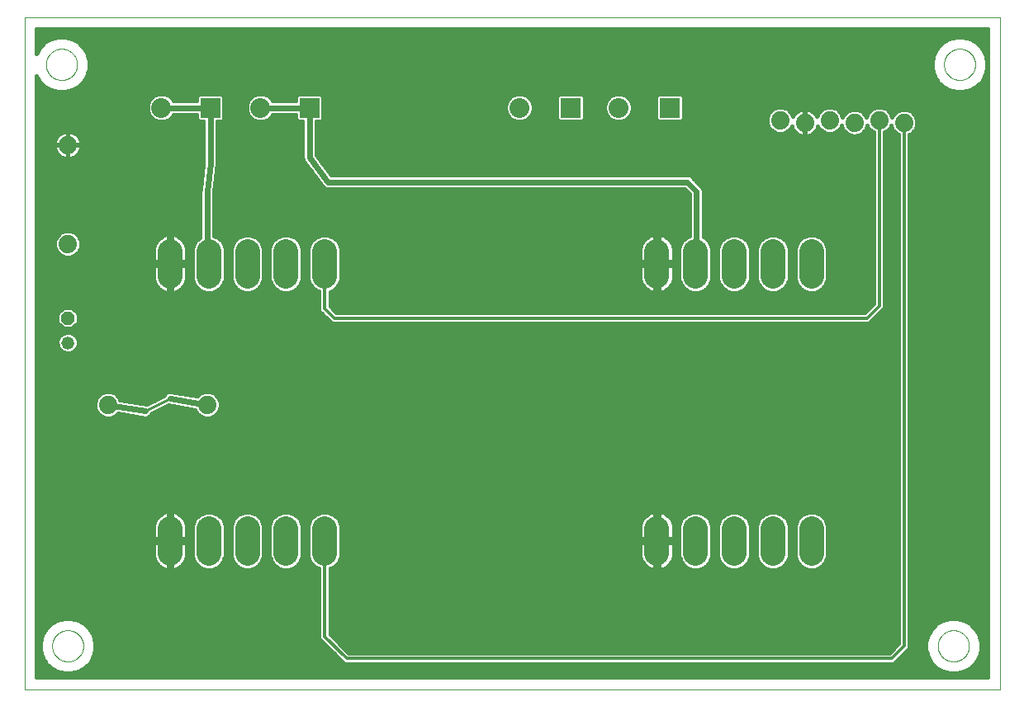
<source format=gbl>
G75*
%MOIN*%
%OFA0B0*%
%FSLAX25Y25*%
%IPPOS*%
%LPD*%
%AMOC8*
5,1,8,0,0,1.08239X$1,22.5*
%
%ADD10C,0.00000*%
%ADD11C,0.05200*%
%ADD12OC8,0.05200*%
%ADD13C,0.10039*%
%ADD14C,0.07400*%
%ADD15R,0.08000X0.08000*%
%ADD16C,0.08000*%
%ADD17C,0.02400*%
%ADD18C,0.01000*%
%ADD19C,0.01600*%
%ADD20C,0.01200*%
D10*
X0001800Y0001800D02*
X0001800Y0273454D01*
X0395501Y0273454D01*
X0395501Y0001800D01*
X0001800Y0001800D01*
X0013001Y0019300D02*
X0013003Y0019458D01*
X0013009Y0019616D01*
X0013019Y0019774D01*
X0013033Y0019932D01*
X0013051Y0020089D01*
X0013072Y0020246D01*
X0013098Y0020402D01*
X0013128Y0020558D01*
X0013161Y0020713D01*
X0013199Y0020866D01*
X0013240Y0021019D01*
X0013285Y0021171D01*
X0013334Y0021322D01*
X0013387Y0021471D01*
X0013443Y0021619D01*
X0013503Y0021765D01*
X0013567Y0021910D01*
X0013635Y0022053D01*
X0013706Y0022195D01*
X0013780Y0022335D01*
X0013858Y0022472D01*
X0013940Y0022608D01*
X0014024Y0022742D01*
X0014113Y0022873D01*
X0014204Y0023002D01*
X0014299Y0023129D01*
X0014396Y0023254D01*
X0014497Y0023376D01*
X0014601Y0023495D01*
X0014708Y0023612D01*
X0014818Y0023726D01*
X0014931Y0023837D01*
X0015046Y0023946D01*
X0015164Y0024051D01*
X0015285Y0024153D01*
X0015408Y0024253D01*
X0015534Y0024349D01*
X0015662Y0024442D01*
X0015792Y0024532D01*
X0015925Y0024618D01*
X0016060Y0024702D01*
X0016196Y0024781D01*
X0016335Y0024858D01*
X0016476Y0024930D01*
X0016618Y0025000D01*
X0016762Y0025065D01*
X0016908Y0025127D01*
X0017055Y0025185D01*
X0017204Y0025240D01*
X0017354Y0025291D01*
X0017505Y0025338D01*
X0017657Y0025381D01*
X0017810Y0025420D01*
X0017965Y0025456D01*
X0018120Y0025487D01*
X0018276Y0025515D01*
X0018432Y0025539D01*
X0018589Y0025559D01*
X0018747Y0025575D01*
X0018904Y0025587D01*
X0019063Y0025595D01*
X0019221Y0025599D01*
X0019379Y0025599D01*
X0019537Y0025595D01*
X0019696Y0025587D01*
X0019853Y0025575D01*
X0020011Y0025559D01*
X0020168Y0025539D01*
X0020324Y0025515D01*
X0020480Y0025487D01*
X0020635Y0025456D01*
X0020790Y0025420D01*
X0020943Y0025381D01*
X0021095Y0025338D01*
X0021246Y0025291D01*
X0021396Y0025240D01*
X0021545Y0025185D01*
X0021692Y0025127D01*
X0021838Y0025065D01*
X0021982Y0025000D01*
X0022124Y0024930D01*
X0022265Y0024858D01*
X0022404Y0024781D01*
X0022540Y0024702D01*
X0022675Y0024618D01*
X0022808Y0024532D01*
X0022938Y0024442D01*
X0023066Y0024349D01*
X0023192Y0024253D01*
X0023315Y0024153D01*
X0023436Y0024051D01*
X0023554Y0023946D01*
X0023669Y0023837D01*
X0023782Y0023726D01*
X0023892Y0023612D01*
X0023999Y0023495D01*
X0024103Y0023376D01*
X0024204Y0023254D01*
X0024301Y0023129D01*
X0024396Y0023002D01*
X0024487Y0022873D01*
X0024576Y0022742D01*
X0024660Y0022608D01*
X0024742Y0022472D01*
X0024820Y0022335D01*
X0024894Y0022195D01*
X0024965Y0022053D01*
X0025033Y0021910D01*
X0025097Y0021765D01*
X0025157Y0021619D01*
X0025213Y0021471D01*
X0025266Y0021322D01*
X0025315Y0021171D01*
X0025360Y0021019D01*
X0025401Y0020866D01*
X0025439Y0020713D01*
X0025472Y0020558D01*
X0025502Y0020402D01*
X0025528Y0020246D01*
X0025549Y0020089D01*
X0025567Y0019932D01*
X0025581Y0019774D01*
X0025591Y0019616D01*
X0025597Y0019458D01*
X0025599Y0019300D01*
X0025597Y0019142D01*
X0025591Y0018984D01*
X0025581Y0018826D01*
X0025567Y0018668D01*
X0025549Y0018511D01*
X0025528Y0018354D01*
X0025502Y0018198D01*
X0025472Y0018042D01*
X0025439Y0017887D01*
X0025401Y0017734D01*
X0025360Y0017581D01*
X0025315Y0017429D01*
X0025266Y0017278D01*
X0025213Y0017129D01*
X0025157Y0016981D01*
X0025097Y0016835D01*
X0025033Y0016690D01*
X0024965Y0016547D01*
X0024894Y0016405D01*
X0024820Y0016265D01*
X0024742Y0016128D01*
X0024660Y0015992D01*
X0024576Y0015858D01*
X0024487Y0015727D01*
X0024396Y0015598D01*
X0024301Y0015471D01*
X0024204Y0015346D01*
X0024103Y0015224D01*
X0023999Y0015105D01*
X0023892Y0014988D01*
X0023782Y0014874D01*
X0023669Y0014763D01*
X0023554Y0014654D01*
X0023436Y0014549D01*
X0023315Y0014447D01*
X0023192Y0014347D01*
X0023066Y0014251D01*
X0022938Y0014158D01*
X0022808Y0014068D01*
X0022675Y0013982D01*
X0022540Y0013898D01*
X0022404Y0013819D01*
X0022265Y0013742D01*
X0022124Y0013670D01*
X0021982Y0013600D01*
X0021838Y0013535D01*
X0021692Y0013473D01*
X0021545Y0013415D01*
X0021396Y0013360D01*
X0021246Y0013309D01*
X0021095Y0013262D01*
X0020943Y0013219D01*
X0020790Y0013180D01*
X0020635Y0013144D01*
X0020480Y0013113D01*
X0020324Y0013085D01*
X0020168Y0013061D01*
X0020011Y0013041D01*
X0019853Y0013025D01*
X0019696Y0013013D01*
X0019537Y0013005D01*
X0019379Y0013001D01*
X0019221Y0013001D01*
X0019063Y0013005D01*
X0018904Y0013013D01*
X0018747Y0013025D01*
X0018589Y0013041D01*
X0018432Y0013061D01*
X0018276Y0013085D01*
X0018120Y0013113D01*
X0017965Y0013144D01*
X0017810Y0013180D01*
X0017657Y0013219D01*
X0017505Y0013262D01*
X0017354Y0013309D01*
X0017204Y0013360D01*
X0017055Y0013415D01*
X0016908Y0013473D01*
X0016762Y0013535D01*
X0016618Y0013600D01*
X0016476Y0013670D01*
X0016335Y0013742D01*
X0016196Y0013819D01*
X0016060Y0013898D01*
X0015925Y0013982D01*
X0015792Y0014068D01*
X0015662Y0014158D01*
X0015534Y0014251D01*
X0015408Y0014347D01*
X0015285Y0014447D01*
X0015164Y0014549D01*
X0015046Y0014654D01*
X0014931Y0014763D01*
X0014818Y0014874D01*
X0014708Y0014988D01*
X0014601Y0015105D01*
X0014497Y0015224D01*
X0014396Y0015346D01*
X0014299Y0015471D01*
X0014204Y0015598D01*
X0014113Y0015727D01*
X0014024Y0015858D01*
X0013940Y0015992D01*
X0013858Y0016128D01*
X0013780Y0016265D01*
X0013706Y0016405D01*
X0013635Y0016547D01*
X0013567Y0016690D01*
X0013503Y0016835D01*
X0013443Y0016981D01*
X0013387Y0017129D01*
X0013334Y0017278D01*
X0013285Y0017429D01*
X0013240Y0017581D01*
X0013199Y0017734D01*
X0013161Y0017887D01*
X0013128Y0018042D01*
X0013098Y0018198D01*
X0013072Y0018354D01*
X0013051Y0018511D01*
X0013033Y0018668D01*
X0013019Y0018826D01*
X0013009Y0018984D01*
X0013003Y0019142D01*
X0013001Y0019300D01*
X0010501Y0254300D02*
X0010503Y0254458D01*
X0010509Y0254616D01*
X0010519Y0254774D01*
X0010533Y0254932D01*
X0010551Y0255089D01*
X0010572Y0255246D01*
X0010598Y0255402D01*
X0010628Y0255558D01*
X0010661Y0255713D01*
X0010699Y0255866D01*
X0010740Y0256019D01*
X0010785Y0256171D01*
X0010834Y0256322D01*
X0010887Y0256471D01*
X0010943Y0256619D01*
X0011003Y0256765D01*
X0011067Y0256910D01*
X0011135Y0257053D01*
X0011206Y0257195D01*
X0011280Y0257335D01*
X0011358Y0257472D01*
X0011440Y0257608D01*
X0011524Y0257742D01*
X0011613Y0257873D01*
X0011704Y0258002D01*
X0011799Y0258129D01*
X0011896Y0258254D01*
X0011997Y0258376D01*
X0012101Y0258495D01*
X0012208Y0258612D01*
X0012318Y0258726D01*
X0012431Y0258837D01*
X0012546Y0258946D01*
X0012664Y0259051D01*
X0012785Y0259153D01*
X0012908Y0259253D01*
X0013034Y0259349D01*
X0013162Y0259442D01*
X0013292Y0259532D01*
X0013425Y0259618D01*
X0013560Y0259702D01*
X0013696Y0259781D01*
X0013835Y0259858D01*
X0013976Y0259930D01*
X0014118Y0260000D01*
X0014262Y0260065D01*
X0014408Y0260127D01*
X0014555Y0260185D01*
X0014704Y0260240D01*
X0014854Y0260291D01*
X0015005Y0260338D01*
X0015157Y0260381D01*
X0015310Y0260420D01*
X0015465Y0260456D01*
X0015620Y0260487D01*
X0015776Y0260515D01*
X0015932Y0260539D01*
X0016089Y0260559D01*
X0016247Y0260575D01*
X0016404Y0260587D01*
X0016563Y0260595D01*
X0016721Y0260599D01*
X0016879Y0260599D01*
X0017037Y0260595D01*
X0017196Y0260587D01*
X0017353Y0260575D01*
X0017511Y0260559D01*
X0017668Y0260539D01*
X0017824Y0260515D01*
X0017980Y0260487D01*
X0018135Y0260456D01*
X0018290Y0260420D01*
X0018443Y0260381D01*
X0018595Y0260338D01*
X0018746Y0260291D01*
X0018896Y0260240D01*
X0019045Y0260185D01*
X0019192Y0260127D01*
X0019338Y0260065D01*
X0019482Y0260000D01*
X0019624Y0259930D01*
X0019765Y0259858D01*
X0019904Y0259781D01*
X0020040Y0259702D01*
X0020175Y0259618D01*
X0020308Y0259532D01*
X0020438Y0259442D01*
X0020566Y0259349D01*
X0020692Y0259253D01*
X0020815Y0259153D01*
X0020936Y0259051D01*
X0021054Y0258946D01*
X0021169Y0258837D01*
X0021282Y0258726D01*
X0021392Y0258612D01*
X0021499Y0258495D01*
X0021603Y0258376D01*
X0021704Y0258254D01*
X0021801Y0258129D01*
X0021896Y0258002D01*
X0021987Y0257873D01*
X0022076Y0257742D01*
X0022160Y0257608D01*
X0022242Y0257472D01*
X0022320Y0257335D01*
X0022394Y0257195D01*
X0022465Y0257053D01*
X0022533Y0256910D01*
X0022597Y0256765D01*
X0022657Y0256619D01*
X0022713Y0256471D01*
X0022766Y0256322D01*
X0022815Y0256171D01*
X0022860Y0256019D01*
X0022901Y0255866D01*
X0022939Y0255713D01*
X0022972Y0255558D01*
X0023002Y0255402D01*
X0023028Y0255246D01*
X0023049Y0255089D01*
X0023067Y0254932D01*
X0023081Y0254774D01*
X0023091Y0254616D01*
X0023097Y0254458D01*
X0023099Y0254300D01*
X0023097Y0254142D01*
X0023091Y0253984D01*
X0023081Y0253826D01*
X0023067Y0253668D01*
X0023049Y0253511D01*
X0023028Y0253354D01*
X0023002Y0253198D01*
X0022972Y0253042D01*
X0022939Y0252887D01*
X0022901Y0252734D01*
X0022860Y0252581D01*
X0022815Y0252429D01*
X0022766Y0252278D01*
X0022713Y0252129D01*
X0022657Y0251981D01*
X0022597Y0251835D01*
X0022533Y0251690D01*
X0022465Y0251547D01*
X0022394Y0251405D01*
X0022320Y0251265D01*
X0022242Y0251128D01*
X0022160Y0250992D01*
X0022076Y0250858D01*
X0021987Y0250727D01*
X0021896Y0250598D01*
X0021801Y0250471D01*
X0021704Y0250346D01*
X0021603Y0250224D01*
X0021499Y0250105D01*
X0021392Y0249988D01*
X0021282Y0249874D01*
X0021169Y0249763D01*
X0021054Y0249654D01*
X0020936Y0249549D01*
X0020815Y0249447D01*
X0020692Y0249347D01*
X0020566Y0249251D01*
X0020438Y0249158D01*
X0020308Y0249068D01*
X0020175Y0248982D01*
X0020040Y0248898D01*
X0019904Y0248819D01*
X0019765Y0248742D01*
X0019624Y0248670D01*
X0019482Y0248600D01*
X0019338Y0248535D01*
X0019192Y0248473D01*
X0019045Y0248415D01*
X0018896Y0248360D01*
X0018746Y0248309D01*
X0018595Y0248262D01*
X0018443Y0248219D01*
X0018290Y0248180D01*
X0018135Y0248144D01*
X0017980Y0248113D01*
X0017824Y0248085D01*
X0017668Y0248061D01*
X0017511Y0248041D01*
X0017353Y0248025D01*
X0017196Y0248013D01*
X0017037Y0248005D01*
X0016879Y0248001D01*
X0016721Y0248001D01*
X0016563Y0248005D01*
X0016404Y0248013D01*
X0016247Y0248025D01*
X0016089Y0248041D01*
X0015932Y0248061D01*
X0015776Y0248085D01*
X0015620Y0248113D01*
X0015465Y0248144D01*
X0015310Y0248180D01*
X0015157Y0248219D01*
X0015005Y0248262D01*
X0014854Y0248309D01*
X0014704Y0248360D01*
X0014555Y0248415D01*
X0014408Y0248473D01*
X0014262Y0248535D01*
X0014118Y0248600D01*
X0013976Y0248670D01*
X0013835Y0248742D01*
X0013696Y0248819D01*
X0013560Y0248898D01*
X0013425Y0248982D01*
X0013292Y0249068D01*
X0013162Y0249158D01*
X0013034Y0249251D01*
X0012908Y0249347D01*
X0012785Y0249447D01*
X0012664Y0249549D01*
X0012546Y0249654D01*
X0012431Y0249763D01*
X0012318Y0249874D01*
X0012208Y0249988D01*
X0012101Y0250105D01*
X0011997Y0250224D01*
X0011896Y0250346D01*
X0011799Y0250471D01*
X0011704Y0250598D01*
X0011613Y0250727D01*
X0011524Y0250858D01*
X0011440Y0250992D01*
X0011358Y0251128D01*
X0011280Y0251265D01*
X0011206Y0251405D01*
X0011135Y0251547D01*
X0011067Y0251690D01*
X0011003Y0251835D01*
X0010943Y0251981D01*
X0010887Y0252129D01*
X0010834Y0252278D01*
X0010785Y0252429D01*
X0010740Y0252581D01*
X0010699Y0252734D01*
X0010661Y0252887D01*
X0010628Y0253042D01*
X0010598Y0253198D01*
X0010572Y0253354D01*
X0010551Y0253511D01*
X0010533Y0253668D01*
X0010519Y0253826D01*
X0010509Y0253984D01*
X0010503Y0254142D01*
X0010501Y0254300D01*
X0370501Y0019300D02*
X0370503Y0019458D01*
X0370509Y0019616D01*
X0370519Y0019774D01*
X0370533Y0019932D01*
X0370551Y0020089D01*
X0370572Y0020246D01*
X0370598Y0020402D01*
X0370628Y0020558D01*
X0370661Y0020713D01*
X0370699Y0020866D01*
X0370740Y0021019D01*
X0370785Y0021171D01*
X0370834Y0021322D01*
X0370887Y0021471D01*
X0370943Y0021619D01*
X0371003Y0021765D01*
X0371067Y0021910D01*
X0371135Y0022053D01*
X0371206Y0022195D01*
X0371280Y0022335D01*
X0371358Y0022472D01*
X0371440Y0022608D01*
X0371524Y0022742D01*
X0371613Y0022873D01*
X0371704Y0023002D01*
X0371799Y0023129D01*
X0371896Y0023254D01*
X0371997Y0023376D01*
X0372101Y0023495D01*
X0372208Y0023612D01*
X0372318Y0023726D01*
X0372431Y0023837D01*
X0372546Y0023946D01*
X0372664Y0024051D01*
X0372785Y0024153D01*
X0372908Y0024253D01*
X0373034Y0024349D01*
X0373162Y0024442D01*
X0373292Y0024532D01*
X0373425Y0024618D01*
X0373560Y0024702D01*
X0373696Y0024781D01*
X0373835Y0024858D01*
X0373976Y0024930D01*
X0374118Y0025000D01*
X0374262Y0025065D01*
X0374408Y0025127D01*
X0374555Y0025185D01*
X0374704Y0025240D01*
X0374854Y0025291D01*
X0375005Y0025338D01*
X0375157Y0025381D01*
X0375310Y0025420D01*
X0375465Y0025456D01*
X0375620Y0025487D01*
X0375776Y0025515D01*
X0375932Y0025539D01*
X0376089Y0025559D01*
X0376247Y0025575D01*
X0376404Y0025587D01*
X0376563Y0025595D01*
X0376721Y0025599D01*
X0376879Y0025599D01*
X0377037Y0025595D01*
X0377196Y0025587D01*
X0377353Y0025575D01*
X0377511Y0025559D01*
X0377668Y0025539D01*
X0377824Y0025515D01*
X0377980Y0025487D01*
X0378135Y0025456D01*
X0378290Y0025420D01*
X0378443Y0025381D01*
X0378595Y0025338D01*
X0378746Y0025291D01*
X0378896Y0025240D01*
X0379045Y0025185D01*
X0379192Y0025127D01*
X0379338Y0025065D01*
X0379482Y0025000D01*
X0379624Y0024930D01*
X0379765Y0024858D01*
X0379904Y0024781D01*
X0380040Y0024702D01*
X0380175Y0024618D01*
X0380308Y0024532D01*
X0380438Y0024442D01*
X0380566Y0024349D01*
X0380692Y0024253D01*
X0380815Y0024153D01*
X0380936Y0024051D01*
X0381054Y0023946D01*
X0381169Y0023837D01*
X0381282Y0023726D01*
X0381392Y0023612D01*
X0381499Y0023495D01*
X0381603Y0023376D01*
X0381704Y0023254D01*
X0381801Y0023129D01*
X0381896Y0023002D01*
X0381987Y0022873D01*
X0382076Y0022742D01*
X0382160Y0022608D01*
X0382242Y0022472D01*
X0382320Y0022335D01*
X0382394Y0022195D01*
X0382465Y0022053D01*
X0382533Y0021910D01*
X0382597Y0021765D01*
X0382657Y0021619D01*
X0382713Y0021471D01*
X0382766Y0021322D01*
X0382815Y0021171D01*
X0382860Y0021019D01*
X0382901Y0020866D01*
X0382939Y0020713D01*
X0382972Y0020558D01*
X0383002Y0020402D01*
X0383028Y0020246D01*
X0383049Y0020089D01*
X0383067Y0019932D01*
X0383081Y0019774D01*
X0383091Y0019616D01*
X0383097Y0019458D01*
X0383099Y0019300D01*
X0383097Y0019142D01*
X0383091Y0018984D01*
X0383081Y0018826D01*
X0383067Y0018668D01*
X0383049Y0018511D01*
X0383028Y0018354D01*
X0383002Y0018198D01*
X0382972Y0018042D01*
X0382939Y0017887D01*
X0382901Y0017734D01*
X0382860Y0017581D01*
X0382815Y0017429D01*
X0382766Y0017278D01*
X0382713Y0017129D01*
X0382657Y0016981D01*
X0382597Y0016835D01*
X0382533Y0016690D01*
X0382465Y0016547D01*
X0382394Y0016405D01*
X0382320Y0016265D01*
X0382242Y0016128D01*
X0382160Y0015992D01*
X0382076Y0015858D01*
X0381987Y0015727D01*
X0381896Y0015598D01*
X0381801Y0015471D01*
X0381704Y0015346D01*
X0381603Y0015224D01*
X0381499Y0015105D01*
X0381392Y0014988D01*
X0381282Y0014874D01*
X0381169Y0014763D01*
X0381054Y0014654D01*
X0380936Y0014549D01*
X0380815Y0014447D01*
X0380692Y0014347D01*
X0380566Y0014251D01*
X0380438Y0014158D01*
X0380308Y0014068D01*
X0380175Y0013982D01*
X0380040Y0013898D01*
X0379904Y0013819D01*
X0379765Y0013742D01*
X0379624Y0013670D01*
X0379482Y0013600D01*
X0379338Y0013535D01*
X0379192Y0013473D01*
X0379045Y0013415D01*
X0378896Y0013360D01*
X0378746Y0013309D01*
X0378595Y0013262D01*
X0378443Y0013219D01*
X0378290Y0013180D01*
X0378135Y0013144D01*
X0377980Y0013113D01*
X0377824Y0013085D01*
X0377668Y0013061D01*
X0377511Y0013041D01*
X0377353Y0013025D01*
X0377196Y0013013D01*
X0377037Y0013005D01*
X0376879Y0013001D01*
X0376721Y0013001D01*
X0376563Y0013005D01*
X0376404Y0013013D01*
X0376247Y0013025D01*
X0376089Y0013041D01*
X0375932Y0013061D01*
X0375776Y0013085D01*
X0375620Y0013113D01*
X0375465Y0013144D01*
X0375310Y0013180D01*
X0375157Y0013219D01*
X0375005Y0013262D01*
X0374854Y0013309D01*
X0374704Y0013360D01*
X0374555Y0013415D01*
X0374408Y0013473D01*
X0374262Y0013535D01*
X0374118Y0013600D01*
X0373976Y0013670D01*
X0373835Y0013742D01*
X0373696Y0013819D01*
X0373560Y0013898D01*
X0373425Y0013982D01*
X0373292Y0014068D01*
X0373162Y0014158D01*
X0373034Y0014251D01*
X0372908Y0014347D01*
X0372785Y0014447D01*
X0372664Y0014549D01*
X0372546Y0014654D01*
X0372431Y0014763D01*
X0372318Y0014874D01*
X0372208Y0014988D01*
X0372101Y0015105D01*
X0371997Y0015224D01*
X0371896Y0015346D01*
X0371799Y0015471D01*
X0371704Y0015598D01*
X0371613Y0015727D01*
X0371524Y0015858D01*
X0371440Y0015992D01*
X0371358Y0016128D01*
X0371280Y0016265D01*
X0371206Y0016405D01*
X0371135Y0016547D01*
X0371067Y0016690D01*
X0371003Y0016835D01*
X0370943Y0016981D01*
X0370887Y0017129D01*
X0370834Y0017278D01*
X0370785Y0017429D01*
X0370740Y0017581D01*
X0370699Y0017734D01*
X0370661Y0017887D01*
X0370628Y0018042D01*
X0370598Y0018198D01*
X0370572Y0018354D01*
X0370551Y0018511D01*
X0370533Y0018668D01*
X0370519Y0018826D01*
X0370509Y0018984D01*
X0370503Y0019142D01*
X0370501Y0019300D01*
X0373001Y0254300D02*
X0373003Y0254458D01*
X0373009Y0254616D01*
X0373019Y0254774D01*
X0373033Y0254932D01*
X0373051Y0255089D01*
X0373072Y0255246D01*
X0373098Y0255402D01*
X0373128Y0255558D01*
X0373161Y0255713D01*
X0373199Y0255866D01*
X0373240Y0256019D01*
X0373285Y0256171D01*
X0373334Y0256322D01*
X0373387Y0256471D01*
X0373443Y0256619D01*
X0373503Y0256765D01*
X0373567Y0256910D01*
X0373635Y0257053D01*
X0373706Y0257195D01*
X0373780Y0257335D01*
X0373858Y0257472D01*
X0373940Y0257608D01*
X0374024Y0257742D01*
X0374113Y0257873D01*
X0374204Y0258002D01*
X0374299Y0258129D01*
X0374396Y0258254D01*
X0374497Y0258376D01*
X0374601Y0258495D01*
X0374708Y0258612D01*
X0374818Y0258726D01*
X0374931Y0258837D01*
X0375046Y0258946D01*
X0375164Y0259051D01*
X0375285Y0259153D01*
X0375408Y0259253D01*
X0375534Y0259349D01*
X0375662Y0259442D01*
X0375792Y0259532D01*
X0375925Y0259618D01*
X0376060Y0259702D01*
X0376196Y0259781D01*
X0376335Y0259858D01*
X0376476Y0259930D01*
X0376618Y0260000D01*
X0376762Y0260065D01*
X0376908Y0260127D01*
X0377055Y0260185D01*
X0377204Y0260240D01*
X0377354Y0260291D01*
X0377505Y0260338D01*
X0377657Y0260381D01*
X0377810Y0260420D01*
X0377965Y0260456D01*
X0378120Y0260487D01*
X0378276Y0260515D01*
X0378432Y0260539D01*
X0378589Y0260559D01*
X0378747Y0260575D01*
X0378904Y0260587D01*
X0379063Y0260595D01*
X0379221Y0260599D01*
X0379379Y0260599D01*
X0379537Y0260595D01*
X0379696Y0260587D01*
X0379853Y0260575D01*
X0380011Y0260559D01*
X0380168Y0260539D01*
X0380324Y0260515D01*
X0380480Y0260487D01*
X0380635Y0260456D01*
X0380790Y0260420D01*
X0380943Y0260381D01*
X0381095Y0260338D01*
X0381246Y0260291D01*
X0381396Y0260240D01*
X0381545Y0260185D01*
X0381692Y0260127D01*
X0381838Y0260065D01*
X0381982Y0260000D01*
X0382124Y0259930D01*
X0382265Y0259858D01*
X0382404Y0259781D01*
X0382540Y0259702D01*
X0382675Y0259618D01*
X0382808Y0259532D01*
X0382938Y0259442D01*
X0383066Y0259349D01*
X0383192Y0259253D01*
X0383315Y0259153D01*
X0383436Y0259051D01*
X0383554Y0258946D01*
X0383669Y0258837D01*
X0383782Y0258726D01*
X0383892Y0258612D01*
X0383999Y0258495D01*
X0384103Y0258376D01*
X0384204Y0258254D01*
X0384301Y0258129D01*
X0384396Y0258002D01*
X0384487Y0257873D01*
X0384576Y0257742D01*
X0384660Y0257608D01*
X0384742Y0257472D01*
X0384820Y0257335D01*
X0384894Y0257195D01*
X0384965Y0257053D01*
X0385033Y0256910D01*
X0385097Y0256765D01*
X0385157Y0256619D01*
X0385213Y0256471D01*
X0385266Y0256322D01*
X0385315Y0256171D01*
X0385360Y0256019D01*
X0385401Y0255866D01*
X0385439Y0255713D01*
X0385472Y0255558D01*
X0385502Y0255402D01*
X0385528Y0255246D01*
X0385549Y0255089D01*
X0385567Y0254932D01*
X0385581Y0254774D01*
X0385591Y0254616D01*
X0385597Y0254458D01*
X0385599Y0254300D01*
X0385597Y0254142D01*
X0385591Y0253984D01*
X0385581Y0253826D01*
X0385567Y0253668D01*
X0385549Y0253511D01*
X0385528Y0253354D01*
X0385502Y0253198D01*
X0385472Y0253042D01*
X0385439Y0252887D01*
X0385401Y0252734D01*
X0385360Y0252581D01*
X0385315Y0252429D01*
X0385266Y0252278D01*
X0385213Y0252129D01*
X0385157Y0251981D01*
X0385097Y0251835D01*
X0385033Y0251690D01*
X0384965Y0251547D01*
X0384894Y0251405D01*
X0384820Y0251265D01*
X0384742Y0251128D01*
X0384660Y0250992D01*
X0384576Y0250858D01*
X0384487Y0250727D01*
X0384396Y0250598D01*
X0384301Y0250471D01*
X0384204Y0250346D01*
X0384103Y0250224D01*
X0383999Y0250105D01*
X0383892Y0249988D01*
X0383782Y0249874D01*
X0383669Y0249763D01*
X0383554Y0249654D01*
X0383436Y0249549D01*
X0383315Y0249447D01*
X0383192Y0249347D01*
X0383066Y0249251D01*
X0382938Y0249158D01*
X0382808Y0249068D01*
X0382675Y0248982D01*
X0382540Y0248898D01*
X0382404Y0248819D01*
X0382265Y0248742D01*
X0382124Y0248670D01*
X0381982Y0248600D01*
X0381838Y0248535D01*
X0381692Y0248473D01*
X0381545Y0248415D01*
X0381396Y0248360D01*
X0381246Y0248309D01*
X0381095Y0248262D01*
X0380943Y0248219D01*
X0380790Y0248180D01*
X0380635Y0248144D01*
X0380480Y0248113D01*
X0380324Y0248085D01*
X0380168Y0248061D01*
X0380011Y0248041D01*
X0379853Y0248025D01*
X0379696Y0248013D01*
X0379537Y0248005D01*
X0379379Y0248001D01*
X0379221Y0248001D01*
X0379063Y0248005D01*
X0378904Y0248013D01*
X0378747Y0248025D01*
X0378589Y0248041D01*
X0378432Y0248061D01*
X0378276Y0248085D01*
X0378120Y0248113D01*
X0377965Y0248144D01*
X0377810Y0248180D01*
X0377657Y0248219D01*
X0377505Y0248262D01*
X0377354Y0248309D01*
X0377204Y0248360D01*
X0377055Y0248415D01*
X0376908Y0248473D01*
X0376762Y0248535D01*
X0376618Y0248600D01*
X0376476Y0248670D01*
X0376335Y0248742D01*
X0376196Y0248819D01*
X0376060Y0248898D01*
X0375925Y0248982D01*
X0375792Y0249068D01*
X0375662Y0249158D01*
X0375534Y0249251D01*
X0375408Y0249347D01*
X0375285Y0249447D01*
X0375164Y0249549D01*
X0375046Y0249654D01*
X0374931Y0249763D01*
X0374818Y0249874D01*
X0374708Y0249988D01*
X0374601Y0250105D01*
X0374497Y0250224D01*
X0374396Y0250346D01*
X0374299Y0250471D01*
X0374204Y0250598D01*
X0374113Y0250727D01*
X0374024Y0250858D01*
X0373940Y0250992D01*
X0373858Y0251128D01*
X0373780Y0251265D01*
X0373706Y0251405D01*
X0373635Y0251547D01*
X0373567Y0251690D01*
X0373503Y0251835D01*
X0373443Y0251981D01*
X0373387Y0252129D01*
X0373334Y0252278D01*
X0373285Y0252429D01*
X0373240Y0252581D01*
X0373199Y0252734D01*
X0373161Y0252887D01*
X0373128Y0253042D01*
X0373098Y0253198D01*
X0373072Y0253354D01*
X0373051Y0253511D01*
X0373033Y0253668D01*
X0373019Y0253826D01*
X0373009Y0253984D01*
X0373003Y0254142D01*
X0373001Y0254300D01*
D11*
X0019300Y0141800D03*
D12*
X0019300Y0151800D03*
D13*
X0060619Y0168780D02*
X0060619Y0178820D01*
X0076209Y0178820D02*
X0076209Y0168780D01*
X0091800Y0168780D02*
X0091800Y0178820D01*
X0107391Y0178820D02*
X0107391Y0168780D01*
X0122981Y0168780D02*
X0122981Y0178820D01*
X0257119Y0178820D02*
X0257119Y0168780D01*
X0272709Y0168780D02*
X0272709Y0178820D01*
X0288300Y0178820D02*
X0288300Y0168780D01*
X0303891Y0168780D02*
X0303891Y0178820D01*
X0319481Y0178820D02*
X0319481Y0168780D01*
X0319481Y0066820D02*
X0319481Y0056780D01*
X0303891Y0056780D02*
X0303891Y0066820D01*
X0288300Y0066820D02*
X0288300Y0056780D01*
X0272709Y0056780D02*
X0272709Y0066820D01*
X0257119Y0066820D02*
X0257119Y0056780D01*
X0122981Y0056780D02*
X0122981Y0066820D01*
X0107391Y0066820D02*
X0107391Y0056780D01*
X0091800Y0056780D02*
X0091800Y0066820D01*
X0076209Y0066820D02*
X0076209Y0056780D01*
X0060619Y0056780D02*
X0060619Y0066820D01*
D14*
X0075550Y0116800D03*
X0035550Y0116800D03*
X0019300Y0181800D03*
X0019300Y0221800D03*
X0306800Y0231800D03*
X0316800Y0230800D03*
X0326800Y0231800D03*
X0336800Y0230800D03*
X0346800Y0231800D03*
X0356800Y0230800D03*
D15*
X0262300Y0236800D03*
X0222300Y0236800D03*
X0116800Y0236800D03*
X0076800Y0236800D03*
D16*
X0057115Y0236800D03*
X0097115Y0236800D03*
X0201615Y0236800D03*
X0241615Y0236800D03*
D17*
X0269300Y0206800D02*
X0273050Y0203050D01*
X0273050Y0174141D01*
X0272709Y0173800D01*
X0269300Y0206800D02*
X0124300Y0206800D01*
X0116800Y0216800D01*
X0116800Y0236800D01*
X0097115Y0236800D01*
X0076800Y0236800D02*
X0076800Y0214300D01*
X0075550Y0203050D01*
X0075550Y0174459D01*
X0076209Y0173800D01*
X0060550Y0119300D02*
X0075550Y0116800D01*
X0050550Y0114300D02*
X0035550Y0116800D01*
X0057115Y0236800D02*
X0076800Y0236800D01*
D18*
X0060550Y0119300D02*
X0050550Y0114300D01*
D19*
X0052283Y0112097D02*
X0073054Y0112097D01*
X0072548Y0112307D02*
X0074496Y0111500D01*
X0076604Y0111500D01*
X0078552Y0112307D01*
X0080043Y0113798D01*
X0080850Y0115746D01*
X0080850Y0117854D01*
X0080043Y0119802D01*
X0078552Y0121293D01*
X0076604Y0122100D01*
X0074496Y0122100D01*
X0072548Y0121293D01*
X0071559Y0120304D01*
X0060461Y0122153D01*
X0059376Y0121902D01*
X0058469Y0121255D01*
X0057882Y0120314D01*
X0051286Y0117016D01*
X0040449Y0118822D01*
X0040043Y0119802D01*
X0038552Y0121293D01*
X0036604Y0122100D01*
X0034496Y0122100D01*
X0032548Y0121293D01*
X0031057Y0119802D01*
X0030250Y0117854D01*
X0030250Y0115746D01*
X0031057Y0113798D01*
X0032548Y0112307D01*
X0034496Y0111500D01*
X0036604Y0111500D01*
X0038552Y0112307D01*
X0039541Y0113296D01*
X0050639Y0111447D01*
X0051724Y0111698D01*
X0052631Y0112345D01*
X0053218Y0113286D01*
X0059814Y0116584D01*
X0070651Y0114778D01*
X0071057Y0113798D01*
X0072548Y0112307D01*
X0071159Y0113696D02*
X0054037Y0113696D01*
X0057234Y0115294D02*
X0067552Y0115294D01*
X0063252Y0121688D02*
X0073502Y0121688D01*
X0077598Y0121688D02*
X0354600Y0121688D01*
X0354600Y0120090D02*
X0079755Y0120090D01*
X0080586Y0118491D02*
X0354600Y0118491D01*
X0354600Y0116893D02*
X0080850Y0116893D01*
X0080663Y0115294D02*
X0354600Y0115294D01*
X0354600Y0113696D02*
X0079941Y0113696D01*
X0078046Y0112097D02*
X0354600Y0112097D01*
X0354600Y0110499D02*
X0006600Y0110499D01*
X0006600Y0112097D02*
X0033054Y0112097D01*
X0031159Y0113696D02*
X0006600Y0113696D01*
X0006600Y0115294D02*
X0030437Y0115294D01*
X0030250Y0116893D02*
X0006600Y0116893D01*
X0006600Y0118491D02*
X0030514Y0118491D01*
X0031345Y0120090D02*
X0006600Y0120090D01*
X0006600Y0121688D02*
X0033502Y0121688D01*
X0037598Y0121688D02*
X0059076Y0121688D01*
X0057434Y0120090D02*
X0039755Y0120090D01*
X0042434Y0118491D02*
X0054237Y0118491D01*
X0046735Y0112097D02*
X0038046Y0112097D01*
X0006600Y0108900D02*
X0354600Y0108900D01*
X0354600Y0107302D02*
X0006600Y0107302D01*
X0006600Y0105703D02*
X0354600Y0105703D01*
X0354600Y0104105D02*
X0006600Y0104105D01*
X0006600Y0102506D02*
X0354600Y0102506D01*
X0354600Y0100908D02*
X0006600Y0100908D01*
X0006600Y0099309D02*
X0354600Y0099309D01*
X0354600Y0097711D02*
X0006600Y0097711D01*
X0006600Y0096112D02*
X0354600Y0096112D01*
X0354600Y0094514D02*
X0006600Y0094514D01*
X0006600Y0092915D02*
X0354600Y0092915D01*
X0354600Y0091317D02*
X0006600Y0091317D01*
X0006600Y0089718D02*
X0354600Y0089718D01*
X0354600Y0088120D02*
X0006600Y0088120D01*
X0006600Y0086521D02*
X0354600Y0086521D01*
X0354600Y0084923D02*
X0006600Y0084923D01*
X0006600Y0083324D02*
X0354600Y0083324D01*
X0354600Y0081726D02*
X0006600Y0081726D01*
X0006600Y0080127D02*
X0354600Y0080127D01*
X0354600Y0078529D02*
X0006600Y0078529D01*
X0006600Y0076930D02*
X0354600Y0076930D01*
X0354600Y0075332D02*
X0006600Y0075332D01*
X0006600Y0073733D02*
X0354600Y0073733D01*
X0354600Y0072134D02*
X0323528Y0072134D01*
X0323231Y0072432D02*
X0320798Y0073439D01*
X0318164Y0073439D01*
X0315731Y0072432D01*
X0313869Y0070569D01*
X0312861Y0068136D01*
X0312861Y0055464D01*
X0313869Y0053031D01*
X0315731Y0051168D01*
X0318164Y0050161D01*
X0320798Y0050161D01*
X0323231Y0051168D01*
X0325093Y0053031D01*
X0326101Y0055464D01*
X0326101Y0068136D01*
X0325093Y0070569D01*
X0323231Y0072432D01*
X0325107Y0070536D02*
X0354600Y0070536D01*
X0354600Y0068937D02*
X0325769Y0068937D01*
X0326101Y0067339D02*
X0354600Y0067339D01*
X0354600Y0065740D02*
X0326101Y0065740D01*
X0326101Y0064142D02*
X0354600Y0064142D01*
X0354600Y0062543D02*
X0326101Y0062543D01*
X0326101Y0060945D02*
X0354600Y0060945D01*
X0354600Y0059346D02*
X0326101Y0059346D01*
X0326101Y0057748D02*
X0354600Y0057748D01*
X0354600Y0056149D02*
X0326101Y0056149D01*
X0325723Y0054551D02*
X0354600Y0054551D01*
X0354600Y0052952D02*
X0325015Y0052952D01*
X0323416Y0051354D02*
X0354600Y0051354D01*
X0354600Y0049755D02*
X0125181Y0049755D01*
X0125181Y0050526D02*
X0126731Y0051168D01*
X0128593Y0053031D01*
X0129601Y0055464D01*
X0129601Y0068136D01*
X0128593Y0070569D01*
X0126731Y0072432D01*
X0124298Y0073439D01*
X0121664Y0073439D01*
X0119231Y0072432D01*
X0117369Y0070569D01*
X0116361Y0068136D01*
X0116361Y0055464D01*
X0117369Y0053031D01*
X0119231Y0051168D01*
X0120781Y0050526D01*
X0120781Y0022208D01*
X0129600Y0013389D01*
X0130889Y0012100D01*
X0352711Y0012100D01*
X0357711Y0017100D01*
X0359000Y0018389D01*
X0359000Y0225975D01*
X0359802Y0226307D01*
X0361293Y0227798D01*
X0362100Y0229746D01*
X0362100Y0231854D01*
X0361293Y0233802D01*
X0359802Y0235293D01*
X0357854Y0236100D01*
X0355746Y0236100D01*
X0353798Y0235293D01*
X0352307Y0233802D01*
X0352007Y0233078D01*
X0351293Y0234802D01*
X0349802Y0236293D01*
X0347854Y0237100D01*
X0345746Y0237100D01*
X0343798Y0236293D01*
X0342307Y0234802D01*
X0341593Y0233078D01*
X0341293Y0233802D01*
X0339802Y0235293D01*
X0337854Y0236100D01*
X0335746Y0236100D01*
X0333798Y0235293D01*
X0332307Y0233802D01*
X0332007Y0233078D01*
X0331293Y0234802D01*
X0329802Y0236293D01*
X0327854Y0237100D01*
X0325746Y0237100D01*
X0323798Y0236293D01*
X0322307Y0234802D01*
X0321691Y0233315D01*
X0321504Y0233683D01*
X0320995Y0234383D01*
X0320383Y0234995D01*
X0319683Y0235504D01*
X0318911Y0235897D01*
X0318088Y0236165D01*
X0317233Y0236300D01*
X0317000Y0236300D01*
X0317000Y0231000D01*
X0316600Y0231000D01*
X0316600Y0236300D01*
X0316367Y0236300D01*
X0315512Y0236165D01*
X0314689Y0235897D01*
X0313917Y0235504D01*
X0313217Y0234995D01*
X0312605Y0234383D01*
X0312096Y0233683D01*
X0311909Y0233315D01*
X0311293Y0234802D01*
X0309802Y0236293D01*
X0307854Y0237100D01*
X0305746Y0237100D01*
X0303798Y0236293D01*
X0302307Y0234802D01*
X0301500Y0232854D01*
X0301500Y0230746D01*
X0302307Y0228798D01*
X0303798Y0227307D01*
X0305746Y0226500D01*
X0307854Y0226500D01*
X0309802Y0227307D01*
X0311293Y0228798D01*
X0311503Y0229304D01*
X0311703Y0228689D01*
X0312096Y0227917D01*
X0312605Y0227217D01*
X0313217Y0226605D01*
X0313917Y0226096D01*
X0314689Y0225703D01*
X0315512Y0225435D01*
X0316367Y0225300D01*
X0316600Y0225300D01*
X0316600Y0230600D01*
X0317000Y0230600D01*
X0317000Y0225300D01*
X0317233Y0225300D01*
X0318088Y0225435D01*
X0318911Y0225703D01*
X0319683Y0226096D01*
X0320383Y0226605D01*
X0320995Y0227217D01*
X0321504Y0227917D01*
X0321897Y0228689D01*
X0322097Y0229304D01*
X0322307Y0228798D01*
X0323798Y0227307D01*
X0325746Y0226500D01*
X0327854Y0226500D01*
X0329802Y0227307D01*
X0331293Y0228798D01*
X0331593Y0229522D01*
X0332307Y0227798D01*
X0333798Y0226307D01*
X0335746Y0225500D01*
X0337854Y0225500D01*
X0339802Y0226307D01*
X0341293Y0227798D01*
X0342007Y0229522D01*
X0342307Y0228798D01*
X0343798Y0227307D01*
X0344600Y0226975D01*
X0344600Y0157711D01*
X0340889Y0154000D01*
X0127711Y0154000D01*
X0125130Y0156581D01*
X0125130Y0162505D01*
X0126731Y0163168D01*
X0128593Y0165031D01*
X0129601Y0167464D01*
X0129601Y0180136D01*
X0128593Y0182569D01*
X0126731Y0184432D01*
X0124298Y0185439D01*
X0121664Y0185439D01*
X0119231Y0184432D01*
X0117369Y0182569D01*
X0116361Y0180136D01*
X0116361Y0167464D01*
X0117369Y0165031D01*
X0119231Y0163168D01*
X0120730Y0162548D01*
X0120730Y0154759D01*
X0125889Y0149600D01*
X0342711Y0149600D01*
X0347711Y0154600D01*
X0349000Y0155889D01*
X0349000Y0226975D01*
X0349802Y0227307D01*
X0351293Y0228798D01*
X0351593Y0229522D01*
X0352307Y0227798D01*
X0353798Y0226307D01*
X0354600Y0225975D01*
X0354600Y0020211D01*
X0350889Y0016500D01*
X0132711Y0016500D01*
X0125181Y0024030D01*
X0125181Y0050526D01*
X0126916Y0051354D02*
X0252988Y0051354D01*
X0253322Y0051098D02*
X0254096Y0050651D01*
X0254922Y0050309D01*
X0255786Y0050077D01*
X0256319Y0050007D01*
X0256319Y0061000D01*
X0257919Y0061000D01*
X0257919Y0062600D01*
X0263939Y0062600D01*
X0263939Y0067267D01*
X0263822Y0068153D01*
X0263591Y0069016D01*
X0263248Y0069842D01*
X0262801Y0070617D01*
X0262257Y0071326D01*
X0261625Y0071958D01*
X0260916Y0072502D01*
X0260142Y0072949D01*
X0259316Y0073291D01*
X0258452Y0073523D01*
X0257919Y0073593D01*
X0257919Y0062600D01*
X0256319Y0062600D01*
X0256319Y0073593D01*
X0255786Y0073523D01*
X0254922Y0073291D01*
X0254096Y0072949D01*
X0253322Y0072502D01*
X0252613Y0071958D01*
X0251981Y0071326D01*
X0251436Y0070617D01*
X0250989Y0069842D01*
X0250647Y0069016D01*
X0250416Y0068153D01*
X0250299Y0067267D01*
X0250299Y0062600D01*
X0256319Y0062600D01*
X0256319Y0061000D01*
X0250299Y0061000D01*
X0250299Y0056333D01*
X0250416Y0055447D01*
X0250647Y0054583D01*
X0250989Y0053758D01*
X0251436Y0052983D01*
X0251981Y0052274D01*
X0252613Y0051642D01*
X0253322Y0051098D01*
X0251460Y0052952D02*
X0128515Y0052952D01*
X0129223Y0054551D02*
X0250661Y0054551D01*
X0250323Y0056149D02*
X0129601Y0056149D01*
X0129601Y0057748D02*
X0250299Y0057748D01*
X0250299Y0059346D02*
X0129601Y0059346D01*
X0129601Y0060945D02*
X0250299Y0060945D01*
X0250299Y0064142D02*
X0129601Y0064142D01*
X0129601Y0065740D02*
X0250299Y0065740D01*
X0250309Y0067339D02*
X0129601Y0067339D01*
X0129269Y0068937D02*
X0250626Y0068937D01*
X0251390Y0070536D02*
X0128607Y0070536D01*
X0127028Y0072134D02*
X0252843Y0072134D01*
X0256319Y0072134D02*
X0257919Y0072134D01*
X0257919Y0070536D02*
X0256319Y0070536D01*
X0256319Y0068937D02*
X0257919Y0068937D01*
X0257919Y0067339D02*
X0256319Y0067339D01*
X0256319Y0065740D02*
X0257919Y0065740D01*
X0257919Y0064142D02*
X0256319Y0064142D01*
X0256319Y0062543D02*
X0129601Y0062543D01*
X0116361Y0062543D02*
X0114010Y0062543D01*
X0114010Y0060945D02*
X0116361Y0060945D01*
X0116361Y0059346D02*
X0114010Y0059346D01*
X0114010Y0057748D02*
X0116361Y0057748D01*
X0116361Y0056149D02*
X0114010Y0056149D01*
X0114010Y0055464D02*
X0114010Y0068136D01*
X0113002Y0070569D01*
X0111140Y0072432D01*
X0108707Y0073439D01*
X0106074Y0073439D01*
X0103641Y0072432D01*
X0101779Y0070569D01*
X0100771Y0068136D01*
X0100771Y0055464D01*
X0101779Y0053031D01*
X0103641Y0051168D01*
X0106074Y0050161D01*
X0108707Y0050161D01*
X0111140Y0051168D01*
X0113002Y0053031D01*
X0114010Y0055464D01*
X0113632Y0054551D02*
X0116739Y0054551D01*
X0117447Y0052952D02*
X0112924Y0052952D01*
X0111326Y0051354D02*
X0119046Y0051354D01*
X0120781Y0049755D02*
X0006600Y0049755D01*
X0006600Y0048157D02*
X0120781Y0048157D01*
X0120781Y0046558D02*
X0006600Y0046558D01*
X0006600Y0044960D02*
X0120781Y0044960D01*
X0120781Y0043361D02*
X0006600Y0043361D01*
X0006600Y0041763D02*
X0120781Y0041763D01*
X0120781Y0040164D02*
X0006600Y0040164D01*
X0006600Y0038566D02*
X0120781Y0038566D01*
X0120781Y0036967D02*
X0006600Y0036967D01*
X0006600Y0035369D02*
X0120781Y0035369D01*
X0120781Y0033770D02*
X0006600Y0033770D01*
X0006600Y0032172D02*
X0120781Y0032172D01*
X0120781Y0030573D02*
X0006600Y0030573D01*
X0006600Y0028975D02*
X0013859Y0028975D01*
X0015016Y0029643D02*
X0012485Y0028182D01*
X0010418Y0026115D01*
X0008957Y0023584D01*
X0008201Y0020761D01*
X0008201Y0017839D01*
X0008957Y0015016D01*
X0010418Y0012485D01*
X0012485Y0010418D01*
X0015016Y0008957D01*
X0017839Y0008201D01*
X0020761Y0008201D01*
X0023584Y0008957D01*
X0026115Y0010418D01*
X0028182Y0012485D01*
X0029643Y0015016D01*
X0030399Y0017839D01*
X0030399Y0020761D01*
X0029643Y0023584D01*
X0028182Y0026115D01*
X0026115Y0028182D01*
X0023584Y0029643D01*
X0020761Y0030399D01*
X0017839Y0030399D01*
X0015016Y0029643D01*
X0011680Y0027376D02*
X0006600Y0027376D01*
X0006600Y0025778D02*
X0010224Y0025778D01*
X0009301Y0024179D02*
X0006600Y0024179D01*
X0006600Y0022581D02*
X0008688Y0022581D01*
X0008260Y0020982D02*
X0006600Y0020982D01*
X0006600Y0019384D02*
X0008201Y0019384D01*
X0008215Y0017785D02*
X0006600Y0017785D01*
X0006600Y0016187D02*
X0008643Y0016187D01*
X0009204Y0014588D02*
X0006600Y0014588D01*
X0006600Y0012990D02*
X0010127Y0012990D01*
X0011512Y0011391D02*
X0006600Y0011391D01*
X0006600Y0009793D02*
X0013569Y0009793D01*
X0006600Y0008194D02*
X0390701Y0008194D01*
X0390701Y0006600D02*
X0390701Y0268654D01*
X0006600Y0268654D01*
X0006600Y0258831D01*
X0007918Y0261115D01*
X0009985Y0263182D01*
X0012516Y0264643D01*
X0015339Y0265399D01*
X0018261Y0265399D01*
X0021084Y0264643D01*
X0023615Y0263182D01*
X0025682Y0261115D01*
X0027143Y0258584D01*
X0027899Y0255761D01*
X0027899Y0252839D01*
X0027143Y0250016D01*
X0025682Y0247485D01*
X0023615Y0245418D01*
X0021084Y0243957D01*
X0018261Y0243201D01*
X0015339Y0243201D01*
X0012516Y0243957D01*
X0009985Y0245418D01*
X0007918Y0247485D01*
X0006600Y0249769D01*
X0006600Y0006600D01*
X0390701Y0006600D01*
X0390701Y0009793D02*
X0382531Y0009793D01*
X0383615Y0010418D02*
X0381084Y0008957D01*
X0378261Y0008201D01*
X0375339Y0008201D01*
X0372516Y0008957D01*
X0369985Y0010418D01*
X0367918Y0012485D01*
X0366457Y0015016D01*
X0365701Y0017839D01*
X0365701Y0020761D01*
X0366457Y0023584D01*
X0367918Y0026115D01*
X0369985Y0028182D01*
X0372516Y0029643D01*
X0375339Y0030399D01*
X0378261Y0030399D01*
X0381084Y0029643D01*
X0383615Y0028182D01*
X0385682Y0026115D01*
X0387143Y0023584D01*
X0387899Y0020761D01*
X0387899Y0017839D01*
X0387143Y0015016D01*
X0385682Y0012485D01*
X0383615Y0010418D01*
X0384588Y0011391D02*
X0390701Y0011391D01*
X0390701Y0012990D02*
X0385973Y0012990D01*
X0386896Y0014588D02*
X0390701Y0014588D01*
X0390701Y0016187D02*
X0387456Y0016187D01*
X0387885Y0017785D02*
X0390701Y0017785D01*
X0390701Y0019384D02*
X0387899Y0019384D01*
X0387840Y0020982D02*
X0390701Y0020982D01*
X0390701Y0022581D02*
X0387412Y0022581D01*
X0386799Y0024179D02*
X0390701Y0024179D01*
X0390701Y0025778D02*
X0385876Y0025778D01*
X0384420Y0027376D02*
X0390701Y0027376D01*
X0390701Y0028975D02*
X0382241Y0028975D01*
X0371359Y0028975D02*
X0359000Y0028975D01*
X0359000Y0030573D02*
X0390701Y0030573D01*
X0390701Y0032172D02*
X0359000Y0032172D01*
X0359000Y0033770D02*
X0390701Y0033770D01*
X0390701Y0035369D02*
X0359000Y0035369D01*
X0359000Y0036967D02*
X0390701Y0036967D01*
X0390701Y0038566D02*
X0359000Y0038566D01*
X0359000Y0040164D02*
X0390701Y0040164D01*
X0390701Y0041763D02*
X0359000Y0041763D01*
X0359000Y0043361D02*
X0390701Y0043361D01*
X0390701Y0044960D02*
X0359000Y0044960D01*
X0359000Y0046558D02*
X0390701Y0046558D01*
X0390701Y0048157D02*
X0359000Y0048157D01*
X0359000Y0049755D02*
X0390701Y0049755D01*
X0390701Y0051354D02*
X0359000Y0051354D01*
X0359000Y0052952D02*
X0390701Y0052952D01*
X0390701Y0054551D02*
X0359000Y0054551D01*
X0359000Y0056149D02*
X0390701Y0056149D01*
X0390701Y0057748D02*
X0359000Y0057748D01*
X0359000Y0059346D02*
X0390701Y0059346D01*
X0390701Y0060945D02*
X0359000Y0060945D01*
X0359000Y0062543D02*
X0390701Y0062543D01*
X0390701Y0064142D02*
X0359000Y0064142D01*
X0359000Y0065740D02*
X0390701Y0065740D01*
X0390701Y0067339D02*
X0359000Y0067339D01*
X0359000Y0068937D02*
X0390701Y0068937D01*
X0390701Y0070536D02*
X0359000Y0070536D01*
X0359000Y0072134D02*
X0390701Y0072134D01*
X0390701Y0073733D02*
X0359000Y0073733D01*
X0359000Y0075332D02*
X0390701Y0075332D01*
X0390701Y0076930D02*
X0359000Y0076930D01*
X0359000Y0078529D02*
X0390701Y0078529D01*
X0390701Y0080127D02*
X0359000Y0080127D01*
X0359000Y0081726D02*
X0390701Y0081726D01*
X0390701Y0083324D02*
X0359000Y0083324D01*
X0359000Y0084923D02*
X0390701Y0084923D01*
X0390701Y0086521D02*
X0359000Y0086521D01*
X0359000Y0088120D02*
X0390701Y0088120D01*
X0390701Y0089718D02*
X0359000Y0089718D01*
X0359000Y0091317D02*
X0390701Y0091317D01*
X0390701Y0092915D02*
X0359000Y0092915D01*
X0359000Y0094514D02*
X0390701Y0094514D01*
X0390701Y0096112D02*
X0359000Y0096112D01*
X0359000Y0097711D02*
X0390701Y0097711D01*
X0390701Y0099309D02*
X0359000Y0099309D01*
X0359000Y0100908D02*
X0390701Y0100908D01*
X0390701Y0102506D02*
X0359000Y0102506D01*
X0359000Y0104105D02*
X0390701Y0104105D01*
X0390701Y0105703D02*
X0359000Y0105703D01*
X0359000Y0107302D02*
X0390701Y0107302D01*
X0390701Y0108900D02*
X0359000Y0108900D01*
X0359000Y0110499D02*
X0390701Y0110499D01*
X0390701Y0112097D02*
X0359000Y0112097D01*
X0359000Y0113696D02*
X0390701Y0113696D01*
X0390701Y0115294D02*
X0359000Y0115294D01*
X0359000Y0116893D02*
X0390701Y0116893D01*
X0390701Y0118491D02*
X0359000Y0118491D01*
X0359000Y0120090D02*
X0390701Y0120090D01*
X0390701Y0121688D02*
X0359000Y0121688D01*
X0359000Y0123287D02*
X0390701Y0123287D01*
X0390701Y0124885D02*
X0359000Y0124885D01*
X0359000Y0126484D02*
X0390701Y0126484D01*
X0390701Y0128082D02*
X0359000Y0128082D01*
X0359000Y0129681D02*
X0390701Y0129681D01*
X0390701Y0131279D02*
X0359000Y0131279D01*
X0359000Y0132878D02*
X0390701Y0132878D01*
X0390701Y0134476D02*
X0359000Y0134476D01*
X0359000Y0136075D02*
X0390701Y0136075D01*
X0390701Y0137673D02*
X0359000Y0137673D01*
X0359000Y0139272D02*
X0390701Y0139272D01*
X0390701Y0140870D02*
X0359000Y0140870D01*
X0359000Y0142469D02*
X0390701Y0142469D01*
X0390701Y0144068D02*
X0359000Y0144068D01*
X0359000Y0145666D02*
X0390701Y0145666D01*
X0390701Y0147265D02*
X0359000Y0147265D01*
X0359000Y0148863D02*
X0390701Y0148863D01*
X0390701Y0150462D02*
X0359000Y0150462D01*
X0359000Y0152060D02*
X0390701Y0152060D01*
X0390701Y0153659D02*
X0359000Y0153659D01*
X0359000Y0155257D02*
X0390701Y0155257D01*
X0390701Y0156856D02*
X0359000Y0156856D01*
X0359000Y0158454D02*
X0390701Y0158454D01*
X0390701Y0160053D02*
X0359000Y0160053D01*
X0359000Y0161651D02*
X0390701Y0161651D01*
X0390701Y0163250D02*
X0359000Y0163250D01*
X0359000Y0164848D02*
X0390701Y0164848D01*
X0390701Y0166447D02*
X0359000Y0166447D01*
X0359000Y0168045D02*
X0390701Y0168045D01*
X0390701Y0169644D02*
X0359000Y0169644D01*
X0359000Y0171242D02*
X0390701Y0171242D01*
X0390701Y0172841D02*
X0359000Y0172841D01*
X0359000Y0174439D02*
X0390701Y0174439D01*
X0390701Y0176038D02*
X0359000Y0176038D01*
X0359000Y0177636D02*
X0390701Y0177636D01*
X0390701Y0179235D02*
X0359000Y0179235D01*
X0359000Y0180833D02*
X0390701Y0180833D01*
X0390701Y0182432D02*
X0359000Y0182432D01*
X0359000Y0184030D02*
X0390701Y0184030D01*
X0390701Y0185629D02*
X0359000Y0185629D01*
X0359000Y0187227D02*
X0390701Y0187227D01*
X0390701Y0188826D02*
X0359000Y0188826D01*
X0359000Y0190424D02*
X0390701Y0190424D01*
X0390701Y0192023D02*
X0359000Y0192023D01*
X0359000Y0193621D02*
X0390701Y0193621D01*
X0390701Y0195220D02*
X0359000Y0195220D01*
X0359000Y0196818D02*
X0390701Y0196818D01*
X0390701Y0198417D02*
X0359000Y0198417D01*
X0359000Y0200015D02*
X0390701Y0200015D01*
X0390701Y0201614D02*
X0359000Y0201614D01*
X0359000Y0203212D02*
X0390701Y0203212D01*
X0390701Y0204811D02*
X0359000Y0204811D01*
X0359000Y0206409D02*
X0390701Y0206409D01*
X0390701Y0208008D02*
X0359000Y0208008D01*
X0359000Y0209606D02*
X0390701Y0209606D01*
X0390701Y0211205D02*
X0359000Y0211205D01*
X0359000Y0212803D02*
X0390701Y0212803D01*
X0390701Y0214402D02*
X0359000Y0214402D01*
X0359000Y0216001D02*
X0390701Y0216001D01*
X0390701Y0217599D02*
X0359000Y0217599D01*
X0359000Y0219198D02*
X0390701Y0219198D01*
X0390701Y0220796D02*
X0359000Y0220796D01*
X0359000Y0222395D02*
X0390701Y0222395D01*
X0390701Y0223993D02*
X0359000Y0223993D01*
X0359000Y0225592D02*
X0390701Y0225592D01*
X0390701Y0227190D02*
X0360685Y0227190D01*
X0361704Y0228789D02*
X0390701Y0228789D01*
X0390701Y0230387D02*
X0362100Y0230387D01*
X0362046Y0231986D02*
X0390701Y0231986D01*
X0390701Y0233584D02*
X0361383Y0233584D01*
X0359913Y0235183D02*
X0390701Y0235183D01*
X0390701Y0236781D02*
X0348624Y0236781D01*
X0350913Y0235183D02*
X0353687Y0235183D01*
X0352217Y0233584D02*
X0351798Y0233584D01*
X0351896Y0228789D02*
X0351284Y0228789D01*
X0352915Y0227190D02*
X0349520Y0227190D01*
X0349000Y0225592D02*
X0354600Y0225592D01*
X0354600Y0223993D02*
X0349000Y0223993D01*
X0349000Y0222395D02*
X0354600Y0222395D01*
X0354600Y0220796D02*
X0349000Y0220796D01*
X0349000Y0219198D02*
X0354600Y0219198D01*
X0354600Y0217599D02*
X0349000Y0217599D01*
X0349000Y0216001D02*
X0354600Y0216001D01*
X0354600Y0214402D02*
X0349000Y0214402D01*
X0349000Y0212803D02*
X0354600Y0212803D01*
X0354600Y0211205D02*
X0349000Y0211205D01*
X0349000Y0209606D02*
X0354600Y0209606D01*
X0354600Y0208008D02*
X0349000Y0208008D01*
X0349000Y0206409D02*
X0354600Y0206409D01*
X0354600Y0204811D02*
X0349000Y0204811D01*
X0349000Y0203212D02*
X0354600Y0203212D01*
X0354600Y0201614D02*
X0349000Y0201614D01*
X0349000Y0200015D02*
X0354600Y0200015D01*
X0354600Y0198417D02*
X0349000Y0198417D01*
X0349000Y0196818D02*
X0354600Y0196818D01*
X0354600Y0195220D02*
X0349000Y0195220D01*
X0349000Y0193621D02*
X0354600Y0193621D01*
X0354600Y0192023D02*
X0349000Y0192023D01*
X0349000Y0190424D02*
X0354600Y0190424D01*
X0354600Y0188826D02*
X0349000Y0188826D01*
X0349000Y0187227D02*
X0354600Y0187227D01*
X0354600Y0185629D02*
X0349000Y0185629D01*
X0349000Y0184030D02*
X0354600Y0184030D01*
X0354600Y0182432D02*
X0349000Y0182432D01*
X0349000Y0180833D02*
X0354600Y0180833D01*
X0354600Y0179235D02*
X0349000Y0179235D01*
X0349000Y0177636D02*
X0354600Y0177636D01*
X0354600Y0176038D02*
X0349000Y0176038D01*
X0349000Y0174439D02*
X0354600Y0174439D01*
X0354600Y0172841D02*
X0349000Y0172841D01*
X0349000Y0171242D02*
X0354600Y0171242D01*
X0354600Y0169644D02*
X0349000Y0169644D01*
X0349000Y0168045D02*
X0354600Y0168045D01*
X0354600Y0166447D02*
X0349000Y0166447D01*
X0349000Y0164848D02*
X0354600Y0164848D01*
X0354600Y0163250D02*
X0349000Y0163250D01*
X0349000Y0161651D02*
X0354600Y0161651D01*
X0354600Y0160053D02*
X0349000Y0160053D01*
X0349000Y0158454D02*
X0354600Y0158454D01*
X0354600Y0156856D02*
X0349000Y0156856D01*
X0348368Y0155257D02*
X0354600Y0155257D01*
X0354600Y0153659D02*
X0346770Y0153659D01*
X0345171Y0152060D02*
X0354600Y0152060D01*
X0354600Y0150462D02*
X0343573Y0150462D01*
X0342146Y0155257D02*
X0126454Y0155257D01*
X0125130Y0156856D02*
X0343744Y0156856D01*
X0344600Y0158454D02*
X0125130Y0158454D01*
X0125130Y0160053D02*
X0344600Y0160053D01*
X0344600Y0161651D02*
X0125130Y0161651D01*
X0126812Y0163250D02*
X0253124Y0163250D01*
X0253322Y0163098D02*
X0254096Y0162651D01*
X0254922Y0162309D01*
X0255786Y0162077D01*
X0256319Y0162007D01*
X0256319Y0173000D01*
X0257919Y0173000D01*
X0257919Y0174600D01*
X0263939Y0174600D01*
X0263939Y0179267D01*
X0263822Y0180153D01*
X0263591Y0181016D01*
X0263248Y0181842D01*
X0262801Y0182617D01*
X0262257Y0183326D01*
X0261625Y0183958D01*
X0260916Y0184502D01*
X0260142Y0184949D01*
X0259316Y0185291D01*
X0258452Y0185523D01*
X0257919Y0185593D01*
X0257919Y0174600D01*
X0256319Y0174600D01*
X0256319Y0185593D01*
X0255786Y0185523D01*
X0254922Y0185291D01*
X0254096Y0184949D01*
X0253322Y0184502D01*
X0252613Y0183958D01*
X0251981Y0183326D01*
X0251436Y0182617D01*
X0250989Y0181842D01*
X0250647Y0181016D01*
X0250416Y0180153D01*
X0250299Y0179267D01*
X0250299Y0174600D01*
X0256319Y0174600D01*
X0256319Y0173000D01*
X0250299Y0173000D01*
X0250299Y0168333D01*
X0250416Y0167447D01*
X0250647Y0166583D01*
X0250989Y0165758D01*
X0251436Y0164983D01*
X0251981Y0164274D01*
X0252613Y0163642D01*
X0253322Y0163098D01*
X0251540Y0164848D02*
X0128411Y0164848D01*
X0129180Y0166447D02*
X0250704Y0166447D01*
X0250337Y0168045D02*
X0129601Y0168045D01*
X0129601Y0169644D02*
X0250299Y0169644D01*
X0250299Y0171242D02*
X0129601Y0171242D01*
X0129601Y0172841D02*
X0250299Y0172841D01*
X0250299Y0176038D02*
X0129601Y0176038D01*
X0129601Y0177636D02*
X0250299Y0177636D01*
X0250299Y0179235D02*
X0129601Y0179235D01*
X0129312Y0180833D02*
X0250598Y0180833D01*
X0251330Y0182432D02*
X0128650Y0182432D01*
X0127132Y0184030D02*
X0252707Y0184030D01*
X0256319Y0184030D02*
X0257919Y0184030D01*
X0257919Y0182432D02*
X0256319Y0182432D01*
X0256319Y0180833D02*
X0257919Y0180833D01*
X0257919Y0179235D02*
X0256319Y0179235D01*
X0256319Y0177636D02*
X0257919Y0177636D01*
X0257919Y0176038D02*
X0256319Y0176038D01*
X0256319Y0174439D02*
X0129601Y0174439D01*
X0116361Y0174439D02*
X0114010Y0174439D01*
X0114010Y0172841D02*
X0116361Y0172841D01*
X0116361Y0171242D02*
X0114010Y0171242D01*
X0114010Y0169644D02*
X0116361Y0169644D01*
X0116361Y0168045D02*
X0114010Y0168045D01*
X0114010Y0167464D02*
X0114010Y0180136D01*
X0113002Y0182569D01*
X0111140Y0184432D01*
X0108707Y0185439D01*
X0106074Y0185439D01*
X0103641Y0184432D01*
X0101779Y0182569D01*
X0100771Y0180136D01*
X0100771Y0167464D01*
X0101779Y0165031D01*
X0103641Y0163168D01*
X0106074Y0162161D01*
X0108707Y0162161D01*
X0111140Y0163168D01*
X0113002Y0165031D01*
X0114010Y0167464D01*
X0113589Y0166447D02*
X0116783Y0166447D01*
X0117552Y0164848D02*
X0112820Y0164848D01*
X0111222Y0163250D02*
X0119150Y0163250D01*
X0120730Y0161651D02*
X0006600Y0161651D01*
X0006600Y0160053D02*
X0120730Y0160053D01*
X0120730Y0158454D02*
X0006600Y0158454D01*
X0006600Y0156856D02*
X0120730Y0156856D01*
X0120730Y0155257D02*
X0021783Y0155257D01*
X0021040Y0156000D02*
X0017560Y0156000D01*
X0015100Y0153540D01*
X0015100Y0150060D01*
X0017560Y0147600D01*
X0021040Y0147600D01*
X0023500Y0150060D01*
X0023500Y0153540D01*
X0021040Y0156000D01*
X0023381Y0153659D02*
X0121830Y0153659D01*
X0123429Y0152060D02*
X0023500Y0152060D01*
X0023500Y0150462D02*
X0125027Y0150462D01*
X0103560Y0163250D02*
X0095631Y0163250D01*
X0095550Y0163168D02*
X0097412Y0165031D01*
X0098420Y0167464D01*
X0098420Y0180136D01*
X0097412Y0182569D01*
X0095550Y0184432D01*
X0093117Y0185439D01*
X0090483Y0185439D01*
X0088050Y0184432D01*
X0086188Y0182569D01*
X0085180Y0180136D01*
X0085180Y0167464D01*
X0086188Y0165031D01*
X0088050Y0163168D01*
X0090483Y0162161D01*
X0093117Y0162161D01*
X0095550Y0163168D01*
X0097229Y0164848D02*
X0101961Y0164848D01*
X0101192Y0166447D02*
X0097998Y0166447D01*
X0098420Y0168045D02*
X0100771Y0168045D01*
X0100771Y0169644D02*
X0098420Y0169644D01*
X0098420Y0171242D02*
X0100771Y0171242D01*
X0100771Y0172841D02*
X0098420Y0172841D01*
X0098420Y0174439D02*
X0100771Y0174439D01*
X0100771Y0176038D02*
X0098420Y0176038D01*
X0098420Y0177636D02*
X0100771Y0177636D01*
X0100771Y0179235D02*
X0098420Y0179235D01*
X0098131Y0180833D02*
X0101060Y0180833D01*
X0101722Y0182432D02*
X0097469Y0182432D01*
X0095951Y0184030D02*
X0103240Y0184030D01*
X0111542Y0184030D02*
X0118830Y0184030D01*
X0117312Y0182432D02*
X0113059Y0182432D01*
X0113722Y0180833D02*
X0116650Y0180833D01*
X0116361Y0179235D02*
X0114010Y0179235D01*
X0114010Y0177636D02*
X0116361Y0177636D01*
X0116361Y0176038D02*
X0114010Y0176038D01*
X0087969Y0163250D02*
X0080040Y0163250D01*
X0079959Y0163168D02*
X0081821Y0165031D01*
X0082829Y0167464D01*
X0082829Y0180136D01*
X0081821Y0182569D01*
X0079959Y0184432D01*
X0078350Y0185098D01*
X0078350Y0202895D01*
X0079539Y0213596D01*
X0079600Y0213743D01*
X0079600Y0214145D01*
X0079644Y0214544D01*
X0079600Y0214697D01*
X0079600Y0231200D01*
X0081463Y0231200D01*
X0082400Y0232137D01*
X0082400Y0241463D01*
X0081463Y0242400D01*
X0072137Y0242400D01*
X0071200Y0241463D01*
X0071200Y0239600D01*
X0062017Y0239600D01*
X0061862Y0239972D01*
X0060287Y0241547D01*
X0058229Y0242400D01*
X0056001Y0242400D01*
X0053943Y0241547D01*
X0052368Y0239972D01*
X0051515Y0237914D01*
X0051515Y0235686D01*
X0052368Y0233628D01*
X0053943Y0232053D01*
X0056001Y0231200D01*
X0058229Y0231200D01*
X0060287Y0232053D01*
X0061862Y0233628D01*
X0062017Y0234000D01*
X0071200Y0234000D01*
X0071200Y0232137D01*
X0072137Y0231200D01*
X0074000Y0231200D01*
X0074000Y0214455D01*
X0072811Y0203754D01*
X0072750Y0203607D01*
X0072750Y0203205D01*
X0072706Y0202806D01*
X0072750Y0202652D01*
X0072750Y0184552D01*
X0072460Y0184432D01*
X0070598Y0182569D01*
X0069590Y0180136D01*
X0069590Y0167464D01*
X0070598Y0165031D01*
X0072460Y0163168D01*
X0074893Y0162161D01*
X0077526Y0162161D01*
X0079959Y0163168D01*
X0081639Y0164848D02*
X0086371Y0164848D01*
X0085602Y0166447D02*
X0082408Y0166447D01*
X0082829Y0168045D02*
X0085180Y0168045D01*
X0085180Y0169644D02*
X0082829Y0169644D01*
X0082829Y0171242D02*
X0085180Y0171242D01*
X0085180Y0172841D02*
X0082829Y0172841D01*
X0082829Y0174439D02*
X0085180Y0174439D01*
X0085180Y0176038D02*
X0082829Y0176038D01*
X0082829Y0177636D02*
X0085180Y0177636D01*
X0085180Y0179235D02*
X0082829Y0179235D01*
X0082540Y0180833D02*
X0085469Y0180833D01*
X0086131Y0182432D02*
X0081878Y0182432D01*
X0080360Y0184030D02*
X0087649Y0184030D01*
X0078350Y0185629D02*
X0270250Y0185629D01*
X0270250Y0184966D02*
X0268960Y0184432D01*
X0267098Y0182569D01*
X0266090Y0180136D01*
X0266090Y0167464D01*
X0267098Y0165031D01*
X0268960Y0163168D01*
X0271393Y0162161D01*
X0274026Y0162161D01*
X0276459Y0163168D01*
X0278321Y0165031D01*
X0279329Y0167464D01*
X0279329Y0180136D01*
X0278321Y0182569D01*
X0276459Y0184432D01*
X0275850Y0184684D01*
X0275850Y0203607D01*
X0275424Y0204636D01*
X0274636Y0205424D01*
X0270886Y0209174D01*
X0269857Y0209600D01*
X0125700Y0209600D01*
X0119600Y0217733D01*
X0119600Y0231200D01*
X0121463Y0231200D01*
X0122400Y0232137D01*
X0122400Y0241463D01*
X0121463Y0242400D01*
X0112137Y0242400D01*
X0111200Y0241463D01*
X0111200Y0239600D01*
X0102017Y0239600D01*
X0101862Y0239972D01*
X0100287Y0241547D01*
X0098229Y0242400D01*
X0096001Y0242400D01*
X0093943Y0241547D01*
X0092368Y0239972D01*
X0091515Y0237914D01*
X0091515Y0235686D01*
X0092368Y0233628D01*
X0093943Y0232053D01*
X0096001Y0231200D01*
X0098229Y0231200D01*
X0100287Y0232053D01*
X0101862Y0233628D01*
X0102017Y0234000D01*
X0111200Y0234000D01*
X0111200Y0232137D01*
X0112137Y0231200D01*
X0114000Y0231200D01*
X0114000Y0216999D01*
X0113949Y0216645D01*
X0114000Y0216447D01*
X0114000Y0216243D01*
X0114137Y0215912D01*
X0114226Y0215566D01*
X0114348Y0215402D01*
X0114426Y0215214D01*
X0114679Y0214961D01*
X0121848Y0205402D01*
X0121926Y0205214D01*
X0122179Y0204961D01*
X0122394Y0204674D01*
X0122570Y0204571D01*
X0122714Y0204426D01*
X0123045Y0204289D01*
X0123353Y0204107D01*
X0123555Y0204078D01*
X0123743Y0204000D01*
X0124101Y0204000D01*
X0124455Y0203949D01*
X0124653Y0204000D01*
X0268140Y0204000D01*
X0270250Y0201890D01*
X0270250Y0184966D01*
X0268558Y0184030D02*
X0261531Y0184030D01*
X0262908Y0182432D02*
X0267041Y0182432D01*
X0266378Y0180833D02*
X0263640Y0180833D01*
X0263939Y0179235D02*
X0266090Y0179235D01*
X0266090Y0177636D02*
X0263939Y0177636D01*
X0263939Y0176038D02*
X0266090Y0176038D01*
X0266090Y0174439D02*
X0257919Y0174439D01*
X0257919Y0173000D02*
X0263939Y0173000D01*
X0263939Y0168333D01*
X0263822Y0167447D01*
X0263591Y0166583D01*
X0263248Y0165758D01*
X0262801Y0164983D01*
X0262257Y0164274D01*
X0261625Y0163642D01*
X0260916Y0163098D01*
X0260142Y0162651D01*
X0259316Y0162309D01*
X0258452Y0162077D01*
X0257919Y0162007D01*
X0257919Y0173000D01*
X0257919Y0172841D02*
X0256319Y0172841D01*
X0256319Y0171242D02*
X0257919Y0171242D01*
X0257919Y0169644D02*
X0256319Y0169644D01*
X0256319Y0168045D02*
X0257919Y0168045D01*
X0257919Y0166447D02*
X0256319Y0166447D01*
X0256319Y0164848D02*
X0257919Y0164848D01*
X0257919Y0163250D02*
X0256319Y0163250D01*
X0261114Y0163250D02*
X0268878Y0163250D01*
X0267280Y0164848D02*
X0262698Y0164848D01*
X0263534Y0166447D02*
X0266511Y0166447D01*
X0266090Y0168045D02*
X0263901Y0168045D01*
X0263939Y0169644D02*
X0266090Y0169644D01*
X0266090Y0171242D02*
X0263939Y0171242D01*
X0263939Y0172841D02*
X0266090Y0172841D01*
X0276540Y0163250D02*
X0284469Y0163250D01*
X0284550Y0163168D02*
X0286983Y0162161D01*
X0289617Y0162161D01*
X0292050Y0163168D01*
X0293912Y0165031D01*
X0294920Y0167464D01*
X0294920Y0180136D01*
X0293912Y0182569D01*
X0292050Y0184432D01*
X0289617Y0185439D01*
X0286983Y0185439D01*
X0284550Y0184432D01*
X0282688Y0182569D01*
X0281680Y0180136D01*
X0281680Y0167464D01*
X0282688Y0165031D01*
X0284550Y0163168D01*
X0282871Y0164848D02*
X0278139Y0164848D01*
X0278908Y0166447D02*
X0282102Y0166447D01*
X0281680Y0168045D02*
X0279329Y0168045D01*
X0279329Y0169644D02*
X0281680Y0169644D01*
X0281680Y0171242D02*
X0279329Y0171242D01*
X0279329Y0172841D02*
X0281680Y0172841D01*
X0281680Y0174439D02*
X0279329Y0174439D01*
X0279329Y0176038D02*
X0281680Y0176038D01*
X0281680Y0177636D02*
X0279329Y0177636D01*
X0279329Y0179235D02*
X0281680Y0179235D01*
X0281969Y0180833D02*
X0279040Y0180833D01*
X0278378Y0182432D02*
X0282631Y0182432D01*
X0284149Y0184030D02*
X0276860Y0184030D01*
X0275850Y0185629D02*
X0344600Y0185629D01*
X0344600Y0187227D02*
X0275850Y0187227D01*
X0275850Y0188826D02*
X0344600Y0188826D01*
X0344600Y0190424D02*
X0275850Y0190424D01*
X0275850Y0192023D02*
X0344600Y0192023D01*
X0344600Y0193621D02*
X0275850Y0193621D01*
X0275850Y0195220D02*
X0344600Y0195220D01*
X0344600Y0196818D02*
X0275850Y0196818D01*
X0275850Y0198417D02*
X0344600Y0198417D01*
X0344600Y0200015D02*
X0275850Y0200015D01*
X0275850Y0201614D02*
X0344600Y0201614D01*
X0344600Y0203212D02*
X0275850Y0203212D01*
X0275249Y0204811D02*
X0344600Y0204811D01*
X0344600Y0206409D02*
X0273650Y0206409D01*
X0272052Y0208008D02*
X0344600Y0208008D01*
X0344600Y0209606D02*
X0125695Y0209606D01*
X0124496Y0211205D02*
X0344600Y0211205D01*
X0344600Y0212803D02*
X0123297Y0212803D01*
X0122098Y0214402D02*
X0344600Y0214402D01*
X0344600Y0216001D02*
X0120900Y0216001D01*
X0119701Y0217599D02*
X0344600Y0217599D01*
X0344600Y0219198D02*
X0119600Y0219198D01*
X0119600Y0220796D02*
X0344600Y0220796D01*
X0344600Y0222395D02*
X0119600Y0222395D01*
X0119600Y0223993D02*
X0344600Y0223993D01*
X0344600Y0225592D02*
X0338075Y0225592D01*
X0335525Y0225592D02*
X0318568Y0225592D01*
X0317000Y0225592D02*
X0316600Y0225592D01*
X0315031Y0225592D02*
X0119600Y0225592D01*
X0119600Y0227190D02*
X0304080Y0227190D01*
X0302316Y0228789D02*
X0119600Y0228789D01*
X0119600Y0230387D02*
X0301649Y0230387D01*
X0301500Y0231986D02*
X0267748Y0231986D01*
X0267900Y0232137D02*
X0267900Y0241463D01*
X0266963Y0242400D01*
X0257637Y0242400D01*
X0256700Y0241463D01*
X0256700Y0232137D01*
X0257637Y0231200D01*
X0266963Y0231200D01*
X0267900Y0232137D01*
X0267900Y0233584D02*
X0301802Y0233584D01*
X0302687Y0235183D02*
X0267900Y0235183D01*
X0267900Y0236781D02*
X0304976Y0236781D01*
X0308624Y0236781D02*
X0324976Y0236781D01*
X0322687Y0235183D02*
X0320125Y0235183D01*
X0321554Y0233584D02*
X0321802Y0233584D01*
X0317000Y0233584D02*
X0316600Y0233584D01*
X0316600Y0231986D02*
X0317000Y0231986D01*
X0317000Y0230387D02*
X0316600Y0230387D01*
X0316600Y0228789D02*
X0317000Y0228789D01*
X0317000Y0227190D02*
X0316600Y0227190D01*
X0312632Y0227190D02*
X0309520Y0227190D01*
X0311284Y0228789D02*
X0311670Y0228789D01*
X0311798Y0233584D02*
X0312046Y0233584D01*
X0310913Y0235183D02*
X0313475Y0235183D01*
X0316600Y0235183D02*
X0317000Y0235183D01*
X0321929Y0228789D02*
X0322316Y0228789D01*
X0320968Y0227190D02*
X0324080Y0227190D01*
X0329520Y0227190D02*
X0332915Y0227190D01*
X0331896Y0228789D02*
X0331284Y0228789D01*
X0331798Y0233584D02*
X0332217Y0233584D01*
X0330913Y0235183D02*
X0333687Y0235183D01*
X0328624Y0236781D02*
X0344976Y0236781D01*
X0342687Y0235183D02*
X0339913Y0235183D01*
X0341383Y0233584D02*
X0341802Y0233584D01*
X0341704Y0228789D02*
X0342316Y0228789D01*
X0340685Y0227190D02*
X0344080Y0227190D01*
X0370418Y0247485D02*
X0372485Y0245418D01*
X0375016Y0243957D01*
X0377839Y0243201D01*
X0380761Y0243201D01*
X0383584Y0243957D01*
X0386115Y0245418D01*
X0388182Y0247485D01*
X0389643Y0250016D01*
X0390399Y0252839D01*
X0390399Y0255761D01*
X0389643Y0258584D01*
X0388182Y0261115D01*
X0386115Y0263182D01*
X0383584Y0264643D01*
X0380761Y0265399D01*
X0377839Y0265399D01*
X0375016Y0264643D01*
X0372485Y0263182D01*
X0370418Y0261115D01*
X0368957Y0258584D01*
X0368201Y0255761D01*
X0368201Y0252839D01*
X0368957Y0250016D01*
X0370418Y0247485D01*
X0370138Y0247971D02*
X0025962Y0247971D01*
X0026885Y0249569D02*
X0369215Y0249569D01*
X0368649Y0251168D02*
X0027451Y0251168D01*
X0027880Y0252766D02*
X0368220Y0252766D01*
X0368201Y0254365D02*
X0027899Y0254365D01*
X0027845Y0255963D02*
X0368255Y0255963D01*
X0368683Y0257562D02*
X0027417Y0257562D01*
X0026810Y0259160D02*
X0369290Y0259160D01*
X0370213Y0260759D02*
X0025887Y0260759D01*
X0024439Y0262357D02*
X0371661Y0262357D01*
X0373826Y0263956D02*
X0022274Y0263956D01*
X0011326Y0263956D02*
X0006600Y0263956D01*
X0006600Y0265554D02*
X0390701Y0265554D01*
X0390701Y0263956D02*
X0384774Y0263956D01*
X0386939Y0262357D02*
X0390701Y0262357D01*
X0390701Y0260759D02*
X0388387Y0260759D01*
X0389310Y0259160D02*
X0390701Y0259160D01*
X0390701Y0257562D02*
X0389917Y0257562D01*
X0390345Y0255963D02*
X0390701Y0255963D01*
X0390701Y0254365D02*
X0390399Y0254365D01*
X0390380Y0252766D02*
X0390701Y0252766D01*
X0390701Y0251168D02*
X0389951Y0251168D01*
X0389385Y0249569D02*
X0390701Y0249569D01*
X0390701Y0247971D02*
X0388462Y0247971D01*
X0387069Y0246372D02*
X0390701Y0246372D01*
X0390701Y0244774D02*
X0384998Y0244774D01*
X0390701Y0243175D02*
X0006600Y0243175D01*
X0006600Y0241577D02*
X0054013Y0241577D01*
X0052374Y0239978D02*
X0006600Y0239978D01*
X0006600Y0238380D02*
X0051708Y0238380D01*
X0051515Y0236781D02*
X0006600Y0236781D01*
X0006600Y0235183D02*
X0051723Y0235183D01*
X0052411Y0233584D02*
X0006600Y0233584D01*
X0006600Y0231986D02*
X0054104Y0231986D01*
X0060126Y0231986D02*
X0071352Y0231986D01*
X0071200Y0233584D02*
X0061819Y0233584D01*
X0061856Y0239978D02*
X0071200Y0239978D01*
X0071314Y0241577D02*
X0060216Y0241577D01*
X0074000Y0230387D02*
X0006600Y0230387D01*
X0006600Y0228789D02*
X0074000Y0228789D01*
X0074000Y0227190D02*
X0020427Y0227190D01*
X0020588Y0227165D02*
X0019733Y0227300D01*
X0019386Y0227300D01*
X0019386Y0221886D01*
X0019214Y0221886D01*
X0019214Y0227300D01*
X0018867Y0227300D01*
X0018012Y0227165D01*
X0017189Y0226897D01*
X0016417Y0226504D01*
X0015717Y0225995D01*
X0015105Y0225383D01*
X0014596Y0224683D01*
X0014203Y0223911D01*
X0013935Y0223088D01*
X0013800Y0222233D01*
X0013800Y0221886D01*
X0019214Y0221886D01*
X0019214Y0221714D01*
X0013800Y0221714D01*
X0013800Y0221367D01*
X0013935Y0220512D01*
X0014203Y0219689D01*
X0014596Y0218917D01*
X0015105Y0218217D01*
X0015717Y0217605D01*
X0016417Y0217096D01*
X0017189Y0216703D01*
X0018012Y0216435D01*
X0018867Y0216300D01*
X0019214Y0216300D01*
X0019214Y0221714D01*
X0019386Y0221714D01*
X0019386Y0221886D01*
X0024800Y0221886D01*
X0024800Y0222233D01*
X0024665Y0223088D01*
X0024397Y0223911D01*
X0024004Y0224683D01*
X0023495Y0225383D01*
X0022883Y0225995D01*
X0022183Y0226504D01*
X0021411Y0226897D01*
X0020588Y0227165D01*
X0019386Y0227190D02*
X0019214Y0227190D01*
X0018173Y0227190D02*
X0006600Y0227190D01*
X0006600Y0225592D02*
X0015313Y0225592D01*
X0014245Y0223993D02*
X0006600Y0223993D01*
X0006600Y0222395D02*
X0013826Y0222395D01*
X0013890Y0220796D02*
X0006600Y0220796D01*
X0006600Y0219198D02*
X0014453Y0219198D01*
X0015725Y0217599D02*
X0006600Y0217599D01*
X0006600Y0216001D02*
X0074000Y0216001D01*
X0074000Y0217599D02*
X0022875Y0217599D01*
X0022883Y0217605D02*
X0023495Y0218217D01*
X0024004Y0218917D01*
X0024397Y0219689D01*
X0024665Y0220512D01*
X0024800Y0221367D01*
X0024800Y0221714D01*
X0019386Y0221714D01*
X0019386Y0216300D01*
X0019733Y0216300D01*
X0020588Y0216435D01*
X0021411Y0216703D01*
X0022183Y0217096D01*
X0022883Y0217605D01*
X0024147Y0219198D02*
X0074000Y0219198D01*
X0074000Y0220796D02*
X0024710Y0220796D01*
X0024774Y0222395D02*
X0074000Y0222395D01*
X0074000Y0223993D02*
X0024355Y0223993D01*
X0023287Y0225592D02*
X0074000Y0225592D01*
X0079600Y0225592D02*
X0114000Y0225592D01*
X0114000Y0227190D02*
X0079600Y0227190D01*
X0079600Y0228789D02*
X0114000Y0228789D01*
X0114000Y0230387D02*
X0079600Y0230387D01*
X0082248Y0231986D02*
X0094104Y0231986D01*
X0092411Y0233584D02*
X0082400Y0233584D01*
X0082400Y0235183D02*
X0091723Y0235183D01*
X0091515Y0236781D02*
X0082400Y0236781D01*
X0082400Y0238380D02*
X0091708Y0238380D01*
X0092374Y0239978D02*
X0082400Y0239978D01*
X0082286Y0241577D02*
X0094013Y0241577D01*
X0100216Y0241577D02*
X0111314Y0241577D01*
X0111200Y0239978D02*
X0101856Y0239978D01*
X0101819Y0233584D02*
X0111200Y0233584D01*
X0111352Y0231986D02*
X0100126Y0231986D01*
X0114000Y0223993D02*
X0079600Y0223993D01*
X0079600Y0222395D02*
X0114000Y0222395D01*
X0114000Y0220796D02*
X0079600Y0220796D01*
X0079600Y0219198D02*
X0114000Y0219198D01*
X0114000Y0217599D02*
X0079600Y0217599D01*
X0079600Y0216001D02*
X0114100Y0216001D01*
X0115098Y0214402D02*
X0079629Y0214402D01*
X0079451Y0212803D02*
X0116297Y0212803D01*
X0117496Y0211205D02*
X0079273Y0211205D01*
X0079096Y0209606D02*
X0118695Y0209606D01*
X0119894Y0208008D02*
X0078918Y0208008D01*
X0078740Y0206409D02*
X0121093Y0206409D01*
X0122292Y0204811D02*
X0078563Y0204811D01*
X0078385Y0203212D02*
X0268928Y0203212D01*
X0270250Y0201614D02*
X0078350Y0201614D01*
X0078350Y0200015D02*
X0270250Y0200015D01*
X0270250Y0198417D02*
X0078350Y0198417D01*
X0078350Y0196818D02*
X0270250Y0196818D01*
X0270250Y0195220D02*
X0078350Y0195220D01*
X0078350Y0193621D02*
X0270250Y0193621D01*
X0270250Y0192023D02*
X0078350Y0192023D01*
X0078350Y0190424D02*
X0270250Y0190424D01*
X0270250Y0188826D02*
X0078350Y0188826D01*
X0078350Y0187227D02*
X0270250Y0187227D01*
X0292451Y0184030D02*
X0299740Y0184030D01*
X0300141Y0184432D02*
X0298279Y0182569D01*
X0297271Y0180136D01*
X0297271Y0167464D01*
X0298279Y0165031D01*
X0300141Y0163168D01*
X0302574Y0162161D01*
X0305207Y0162161D01*
X0307640Y0163168D01*
X0309502Y0165031D01*
X0310510Y0167464D01*
X0310510Y0180136D01*
X0309502Y0182569D01*
X0307640Y0184432D01*
X0305207Y0185439D01*
X0302574Y0185439D01*
X0300141Y0184432D01*
X0298222Y0182432D02*
X0293969Y0182432D01*
X0294631Y0180833D02*
X0297560Y0180833D01*
X0297271Y0179235D02*
X0294920Y0179235D01*
X0294920Y0177636D02*
X0297271Y0177636D01*
X0297271Y0176038D02*
X0294920Y0176038D01*
X0294920Y0174439D02*
X0297271Y0174439D01*
X0297271Y0172841D02*
X0294920Y0172841D01*
X0294920Y0171242D02*
X0297271Y0171242D01*
X0297271Y0169644D02*
X0294920Y0169644D01*
X0294920Y0168045D02*
X0297271Y0168045D01*
X0297692Y0166447D02*
X0294498Y0166447D01*
X0293729Y0164848D02*
X0298461Y0164848D01*
X0300060Y0163250D02*
X0292131Y0163250D01*
X0307722Y0163250D02*
X0315650Y0163250D01*
X0315731Y0163168D02*
X0318164Y0162161D01*
X0320798Y0162161D01*
X0323231Y0163168D01*
X0325093Y0165031D01*
X0326101Y0167464D01*
X0326101Y0180136D01*
X0325093Y0182569D01*
X0323231Y0184432D01*
X0320798Y0185439D01*
X0318164Y0185439D01*
X0315731Y0184432D01*
X0313869Y0182569D01*
X0312861Y0180136D01*
X0312861Y0167464D01*
X0313869Y0165031D01*
X0315731Y0163168D01*
X0314052Y0164848D02*
X0309320Y0164848D01*
X0310089Y0166447D02*
X0313283Y0166447D01*
X0312861Y0168045D02*
X0310510Y0168045D01*
X0310510Y0169644D02*
X0312861Y0169644D01*
X0312861Y0171242D02*
X0310510Y0171242D01*
X0310510Y0172841D02*
X0312861Y0172841D01*
X0312861Y0174439D02*
X0310510Y0174439D01*
X0310510Y0176038D02*
X0312861Y0176038D01*
X0312861Y0177636D02*
X0310510Y0177636D01*
X0310510Y0179235D02*
X0312861Y0179235D01*
X0313150Y0180833D02*
X0310222Y0180833D01*
X0309559Y0182432D02*
X0313812Y0182432D01*
X0315330Y0184030D02*
X0308042Y0184030D01*
X0323632Y0184030D02*
X0344600Y0184030D01*
X0344600Y0182432D02*
X0325150Y0182432D01*
X0325812Y0180833D02*
X0344600Y0180833D01*
X0344600Y0179235D02*
X0326101Y0179235D01*
X0326101Y0177636D02*
X0344600Y0177636D01*
X0344600Y0176038D02*
X0326101Y0176038D01*
X0326101Y0174439D02*
X0344600Y0174439D01*
X0344600Y0172841D02*
X0326101Y0172841D01*
X0326101Y0171242D02*
X0344600Y0171242D01*
X0344600Y0169644D02*
X0326101Y0169644D01*
X0326101Y0168045D02*
X0344600Y0168045D01*
X0344600Y0166447D02*
X0325680Y0166447D01*
X0324911Y0164848D02*
X0344600Y0164848D01*
X0344600Y0163250D02*
X0323312Y0163250D01*
X0354600Y0148863D02*
X0022303Y0148863D01*
X0020942Y0145666D02*
X0354600Y0145666D01*
X0354600Y0144068D02*
X0022907Y0144068D01*
X0022861Y0144179D02*
X0021679Y0145361D01*
X0020135Y0146000D01*
X0018465Y0146000D01*
X0016921Y0145361D01*
X0015739Y0144179D01*
X0015100Y0142635D01*
X0015100Y0140965D01*
X0015739Y0139421D01*
X0016921Y0138239D01*
X0018465Y0137600D01*
X0020135Y0137600D01*
X0021679Y0138239D01*
X0022861Y0139421D01*
X0023500Y0140965D01*
X0023500Y0142635D01*
X0022861Y0144179D01*
X0023500Y0142469D02*
X0354600Y0142469D01*
X0354600Y0140870D02*
X0023461Y0140870D01*
X0022712Y0139272D02*
X0354600Y0139272D01*
X0354600Y0137673D02*
X0020313Y0137673D01*
X0018287Y0137673D02*
X0006600Y0137673D01*
X0006600Y0136075D02*
X0354600Y0136075D01*
X0354600Y0134476D02*
X0006600Y0134476D01*
X0006600Y0132878D02*
X0354600Y0132878D01*
X0354600Y0131279D02*
X0006600Y0131279D01*
X0006600Y0129681D02*
X0354600Y0129681D01*
X0354600Y0128082D02*
X0006600Y0128082D01*
X0006600Y0126484D02*
X0354600Y0126484D01*
X0354600Y0124885D02*
X0006600Y0124885D01*
X0006600Y0123287D02*
X0354600Y0123287D01*
X0354600Y0147265D02*
X0006600Y0147265D01*
X0006600Y0148863D02*
X0016297Y0148863D01*
X0015100Y0150462D02*
X0006600Y0150462D01*
X0006600Y0152060D02*
X0015100Y0152060D01*
X0015219Y0153659D02*
X0006600Y0153659D01*
X0006600Y0155257D02*
X0016817Y0155257D01*
X0017658Y0145666D02*
X0006600Y0145666D01*
X0006600Y0144068D02*
X0015693Y0144068D01*
X0015100Y0142469D02*
X0006600Y0142469D01*
X0006600Y0140870D02*
X0015139Y0140870D01*
X0015888Y0139272D02*
X0006600Y0139272D01*
X0006600Y0163250D02*
X0056624Y0163250D01*
X0056822Y0163098D02*
X0057596Y0162651D01*
X0058422Y0162309D01*
X0059286Y0162077D01*
X0059819Y0162007D01*
X0059819Y0173000D01*
X0061419Y0173000D01*
X0061419Y0174600D01*
X0067439Y0174600D01*
X0067439Y0179267D01*
X0067322Y0180153D01*
X0067091Y0181016D01*
X0066748Y0181842D01*
X0066301Y0182617D01*
X0065757Y0183326D01*
X0065125Y0183958D01*
X0064416Y0184502D01*
X0063642Y0184949D01*
X0062816Y0185291D01*
X0061952Y0185523D01*
X0061419Y0185593D01*
X0061419Y0174600D01*
X0059819Y0174600D01*
X0059819Y0185593D01*
X0059286Y0185523D01*
X0058422Y0185291D01*
X0057596Y0184949D01*
X0056822Y0184502D01*
X0056113Y0183958D01*
X0055481Y0183326D01*
X0054936Y0182617D01*
X0054489Y0181842D01*
X0054147Y0181016D01*
X0053916Y0180153D01*
X0053799Y0179267D01*
X0053799Y0174600D01*
X0059819Y0174600D01*
X0059819Y0173000D01*
X0053799Y0173000D01*
X0053799Y0168333D01*
X0053916Y0167447D01*
X0054147Y0166583D01*
X0054489Y0165758D01*
X0054936Y0164983D01*
X0055481Y0164274D01*
X0056113Y0163642D01*
X0056822Y0163098D01*
X0055040Y0164848D02*
X0006600Y0164848D01*
X0006600Y0166447D02*
X0054204Y0166447D01*
X0053837Y0168045D02*
X0006600Y0168045D01*
X0006600Y0169644D02*
X0053799Y0169644D01*
X0053799Y0171242D02*
X0006600Y0171242D01*
X0006600Y0172841D02*
X0053799Y0172841D01*
X0053799Y0176038D02*
X0006600Y0176038D01*
X0006600Y0177636D02*
X0015968Y0177636D01*
X0016298Y0177307D02*
X0018246Y0176500D01*
X0020354Y0176500D01*
X0022302Y0177307D01*
X0023793Y0178798D01*
X0024600Y0180746D01*
X0024600Y0182854D01*
X0023793Y0184802D01*
X0022302Y0186293D01*
X0020354Y0187100D01*
X0018246Y0187100D01*
X0016298Y0186293D01*
X0014807Y0184802D01*
X0014000Y0182854D01*
X0014000Y0180746D01*
X0014807Y0178798D01*
X0016298Y0177307D01*
X0014626Y0179235D02*
X0006600Y0179235D01*
X0006600Y0180833D02*
X0014000Y0180833D01*
X0014000Y0182432D02*
X0006600Y0182432D01*
X0006600Y0184030D02*
X0014487Y0184030D01*
X0015633Y0185629D02*
X0006600Y0185629D01*
X0006600Y0187227D02*
X0072750Y0187227D01*
X0072750Y0185629D02*
X0022967Y0185629D01*
X0024113Y0184030D02*
X0056207Y0184030D01*
X0054830Y0182432D02*
X0024600Y0182432D01*
X0024600Y0180833D02*
X0054098Y0180833D01*
X0053799Y0179235D02*
X0023974Y0179235D01*
X0022632Y0177636D02*
X0053799Y0177636D01*
X0059819Y0177636D02*
X0061419Y0177636D01*
X0061419Y0176038D02*
X0059819Y0176038D01*
X0059819Y0174439D02*
X0006600Y0174439D01*
X0006600Y0188826D02*
X0072750Y0188826D01*
X0072750Y0190424D02*
X0006600Y0190424D01*
X0006600Y0192023D02*
X0072750Y0192023D01*
X0072750Y0193621D02*
X0006600Y0193621D01*
X0006600Y0195220D02*
X0072750Y0195220D01*
X0072750Y0196818D02*
X0006600Y0196818D01*
X0006600Y0198417D02*
X0072750Y0198417D01*
X0072750Y0200015D02*
X0006600Y0200015D01*
X0006600Y0201614D02*
X0072750Y0201614D01*
X0072750Y0203212D02*
X0006600Y0203212D01*
X0006600Y0204811D02*
X0072928Y0204811D01*
X0073106Y0206409D02*
X0006600Y0206409D01*
X0006600Y0208008D02*
X0073284Y0208008D01*
X0073461Y0209606D02*
X0006600Y0209606D01*
X0006600Y0211205D02*
X0073639Y0211205D01*
X0073816Y0212803D02*
X0006600Y0212803D01*
X0006600Y0214402D02*
X0073994Y0214402D01*
X0072058Y0184030D02*
X0065031Y0184030D01*
X0066408Y0182432D02*
X0070541Y0182432D01*
X0069878Y0180833D02*
X0067140Y0180833D01*
X0067439Y0179235D02*
X0069590Y0179235D01*
X0069590Y0177636D02*
X0067439Y0177636D01*
X0067439Y0176038D02*
X0069590Y0176038D01*
X0069590Y0174439D02*
X0061419Y0174439D01*
X0061419Y0173000D02*
X0067439Y0173000D01*
X0067439Y0168333D01*
X0067322Y0167447D01*
X0067091Y0166583D01*
X0066748Y0165758D01*
X0066301Y0164983D01*
X0065757Y0164274D01*
X0065125Y0163642D01*
X0064416Y0163098D01*
X0063642Y0162651D01*
X0062816Y0162309D01*
X0061952Y0162077D01*
X0061419Y0162007D01*
X0061419Y0173000D01*
X0061419Y0172841D02*
X0059819Y0172841D01*
X0059819Y0171242D02*
X0061419Y0171242D01*
X0061419Y0169644D02*
X0059819Y0169644D01*
X0059819Y0168045D02*
X0061419Y0168045D01*
X0061419Y0166447D02*
X0059819Y0166447D01*
X0059819Y0164848D02*
X0061419Y0164848D01*
X0061419Y0163250D02*
X0059819Y0163250D01*
X0064614Y0163250D02*
X0072378Y0163250D01*
X0070780Y0164848D02*
X0066198Y0164848D01*
X0067034Y0166447D02*
X0070011Y0166447D01*
X0069590Y0168045D02*
X0067401Y0168045D01*
X0067439Y0169644D02*
X0069590Y0169644D01*
X0069590Y0171242D02*
X0067439Y0171242D01*
X0067439Y0172841D02*
X0069590Y0172841D01*
X0061419Y0179235D02*
X0059819Y0179235D01*
X0059819Y0180833D02*
X0061419Y0180833D01*
X0061419Y0182432D02*
X0059819Y0182432D01*
X0059819Y0184030D02*
X0061419Y0184030D01*
X0019386Y0217599D02*
X0019214Y0217599D01*
X0019214Y0219198D02*
X0019386Y0219198D01*
X0019386Y0220796D02*
X0019214Y0220796D01*
X0019214Y0222395D02*
X0019386Y0222395D01*
X0019386Y0223993D02*
X0019214Y0223993D01*
X0019214Y0225592D02*
X0019386Y0225592D01*
X0022498Y0244774D02*
X0373602Y0244774D01*
X0371531Y0246372D02*
X0024569Y0246372D01*
X0011102Y0244774D02*
X0006600Y0244774D01*
X0006600Y0246372D02*
X0009031Y0246372D01*
X0007638Y0247971D02*
X0006600Y0247971D01*
X0006600Y0249569D02*
X0006715Y0249569D01*
X0006600Y0259160D02*
X0006790Y0259160D01*
X0006600Y0260759D02*
X0007713Y0260759D01*
X0006600Y0262357D02*
X0009161Y0262357D01*
X0006600Y0267153D02*
X0390701Y0267153D01*
X0390701Y0241577D02*
X0267786Y0241577D01*
X0267900Y0239978D02*
X0390701Y0239978D01*
X0390701Y0238380D02*
X0267900Y0238380D01*
X0256700Y0238380D02*
X0247022Y0238380D01*
X0247215Y0237914D02*
X0246362Y0239972D01*
X0244787Y0241547D01*
X0242729Y0242400D01*
X0240501Y0242400D01*
X0238443Y0241547D01*
X0236868Y0239972D01*
X0236015Y0237914D01*
X0236015Y0235686D01*
X0236868Y0233628D01*
X0238443Y0232053D01*
X0240501Y0231200D01*
X0242729Y0231200D01*
X0244787Y0232053D01*
X0246362Y0233628D01*
X0247215Y0235686D01*
X0247215Y0237914D01*
X0247215Y0236781D02*
X0256700Y0236781D01*
X0256700Y0235183D02*
X0247006Y0235183D01*
X0246319Y0233584D02*
X0256700Y0233584D01*
X0256852Y0231986D02*
X0244626Y0231986D01*
X0238604Y0231986D02*
X0227748Y0231986D01*
X0227900Y0232137D02*
X0227900Y0241463D01*
X0226963Y0242400D01*
X0217637Y0242400D01*
X0216700Y0241463D01*
X0216700Y0232137D01*
X0217637Y0231200D01*
X0226963Y0231200D01*
X0227900Y0232137D01*
X0227900Y0233584D02*
X0236911Y0233584D01*
X0236223Y0235183D02*
X0227900Y0235183D01*
X0227900Y0236781D02*
X0236015Y0236781D01*
X0236208Y0238380D02*
X0227900Y0238380D01*
X0227900Y0239978D02*
X0236874Y0239978D01*
X0238513Y0241577D02*
X0227786Y0241577D01*
X0216814Y0241577D02*
X0204716Y0241577D01*
X0204787Y0241547D02*
X0202729Y0242400D01*
X0200501Y0242400D01*
X0198443Y0241547D01*
X0196868Y0239972D01*
X0196015Y0237914D01*
X0196015Y0235686D01*
X0196868Y0233628D01*
X0198443Y0232053D01*
X0200501Y0231200D01*
X0202729Y0231200D01*
X0204787Y0232053D01*
X0206362Y0233628D01*
X0207215Y0235686D01*
X0207215Y0237914D01*
X0206362Y0239972D01*
X0204787Y0241547D01*
X0206356Y0239978D02*
X0216700Y0239978D01*
X0216700Y0238380D02*
X0207022Y0238380D01*
X0207215Y0236781D02*
X0216700Y0236781D01*
X0216700Y0235183D02*
X0207006Y0235183D01*
X0206319Y0233584D02*
X0216700Y0233584D01*
X0216852Y0231986D02*
X0204626Y0231986D01*
X0198604Y0231986D02*
X0122248Y0231986D01*
X0122400Y0233584D02*
X0196911Y0233584D01*
X0196223Y0235183D02*
X0122400Y0235183D01*
X0122400Y0236781D02*
X0196015Y0236781D01*
X0196208Y0238380D02*
X0122400Y0238380D01*
X0122400Y0239978D02*
X0196874Y0239978D01*
X0198513Y0241577D02*
X0122286Y0241577D01*
X0244716Y0241577D02*
X0256814Y0241577D01*
X0256700Y0239978D02*
X0246356Y0239978D01*
X0271393Y0073439D02*
X0268960Y0072432D01*
X0267098Y0070569D01*
X0266090Y0068136D01*
X0266090Y0055464D01*
X0267098Y0053031D01*
X0268960Y0051168D01*
X0271393Y0050161D01*
X0274026Y0050161D01*
X0276459Y0051168D01*
X0278321Y0053031D01*
X0279329Y0055464D01*
X0279329Y0068136D01*
X0278321Y0070569D01*
X0276459Y0072432D01*
X0274026Y0073439D01*
X0271393Y0073439D01*
X0268663Y0072134D02*
X0261395Y0072134D01*
X0262848Y0070536D02*
X0267084Y0070536D01*
X0266422Y0068937D02*
X0263612Y0068937D01*
X0263929Y0067339D02*
X0266090Y0067339D01*
X0266090Y0065740D02*
X0263939Y0065740D01*
X0263939Y0064142D02*
X0266090Y0064142D01*
X0266090Y0062543D02*
X0257919Y0062543D01*
X0257919Y0061000D02*
X0263939Y0061000D01*
X0263939Y0056333D01*
X0263822Y0055447D01*
X0263591Y0054583D01*
X0263248Y0053758D01*
X0262801Y0052983D01*
X0262257Y0052274D01*
X0261625Y0051642D01*
X0260916Y0051098D01*
X0260142Y0050651D01*
X0259316Y0050309D01*
X0258452Y0050077D01*
X0257919Y0050007D01*
X0257919Y0061000D01*
X0257919Y0060945D02*
X0256319Y0060945D01*
X0256319Y0059346D02*
X0257919Y0059346D01*
X0257919Y0057748D02*
X0256319Y0057748D01*
X0256319Y0056149D02*
X0257919Y0056149D01*
X0257919Y0054551D02*
X0256319Y0054551D01*
X0256319Y0052952D02*
X0257919Y0052952D01*
X0257919Y0051354D02*
X0256319Y0051354D01*
X0261250Y0051354D02*
X0268774Y0051354D01*
X0267176Y0052952D02*
X0262778Y0052952D01*
X0263577Y0054551D02*
X0266468Y0054551D01*
X0266090Y0056149D02*
X0263914Y0056149D01*
X0263939Y0057748D02*
X0266090Y0057748D01*
X0266090Y0059346D02*
X0263939Y0059346D01*
X0263939Y0060945D02*
X0266090Y0060945D01*
X0278951Y0054551D02*
X0282058Y0054551D01*
X0281680Y0055464D02*
X0282688Y0053031D01*
X0284550Y0051168D01*
X0286983Y0050161D01*
X0289617Y0050161D01*
X0292050Y0051168D01*
X0293912Y0053031D01*
X0294920Y0055464D01*
X0294920Y0068136D01*
X0293912Y0070569D01*
X0292050Y0072432D01*
X0289617Y0073439D01*
X0286983Y0073439D01*
X0284550Y0072432D01*
X0282688Y0070569D01*
X0281680Y0068136D01*
X0281680Y0055464D01*
X0281680Y0056149D02*
X0279329Y0056149D01*
X0279329Y0057748D02*
X0281680Y0057748D01*
X0281680Y0059346D02*
X0279329Y0059346D01*
X0279329Y0060945D02*
X0281680Y0060945D01*
X0281680Y0062543D02*
X0279329Y0062543D01*
X0279329Y0064142D02*
X0281680Y0064142D01*
X0281680Y0065740D02*
X0279329Y0065740D01*
X0279329Y0067339D02*
X0281680Y0067339D01*
X0282012Y0068937D02*
X0278997Y0068937D01*
X0278335Y0070536D02*
X0282674Y0070536D01*
X0284253Y0072134D02*
X0276756Y0072134D01*
X0292347Y0072134D02*
X0299844Y0072134D01*
X0300141Y0072432D02*
X0298279Y0070569D01*
X0297271Y0068136D01*
X0297271Y0055464D01*
X0298279Y0053031D01*
X0300141Y0051168D01*
X0302574Y0050161D01*
X0305207Y0050161D01*
X0307640Y0051168D01*
X0309502Y0053031D01*
X0310510Y0055464D01*
X0310510Y0068136D01*
X0309502Y0070569D01*
X0307640Y0072432D01*
X0305207Y0073439D01*
X0302574Y0073439D01*
X0300141Y0072432D01*
X0298265Y0070536D02*
X0293926Y0070536D01*
X0294588Y0068937D02*
X0297603Y0068937D01*
X0297271Y0067339D02*
X0294920Y0067339D01*
X0294920Y0065740D02*
X0297271Y0065740D01*
X0297271Y0064142D02*
X0294920Y0064142D01*
X0294920Y0062543D02*
X0297271Y0062543D01*
X0297271Y0060945D02*
X0294920Y0060945D01*
X0294920Y0059346D02*
X0297271Y0059346D01*
X0297271Y0057748D02*
X0294920Y0057748D01*
X0294920Y0056149D02*
X0297271Y0056149D01*
X0297649Y0054551D02*
X0294542Y0054551D01*
X0293834Y0052952D02*
X0298357Y0052952D01*
X0299955Y0051354D02*
X0292235Y0051354D01*
X0284365Y0051354D02*
X0276645Y0051354D01*
X0278243Y0052952D02*
X0282766Y0052952D01*
X0307826Y0051354D02*
X0315546Y0051354D01*
X0313947Y0052952D02*
X0309424Y0052952D01*
X0310132Y0054551D02*
X0313239Y0054551D01*
X0312861Y0056149D02*
X0310510Y0056149D01*
X0310510Y0057748D02*
X0312861Y0057748D01*
X0312861Y0059346D02*
X0310510Y0059346D01*
X0310510Y0060945D02*
X0312861Y0060945D01*
X0312861Y0062543D02*
X0310510Y0062543D01*
X0310510Y0064142D02*
X0312861Y0064142D01*
X0312861Y0065740D02*
X0310510Y0065740D01*
X0310510Y0067339D02*
X0312861Y0067339D01*
X0313193Y0068937D02*
X0310178Y0068937D01*
X0309516Y0070536D02*
X0313855Y0070536D01*
X0315434Y0072134D02*
X0307937Y0072134D01*
X0354600Y0048157D02*
X0125181Y0048157D01*
X0125181Y0046558D02*
X0354600Y0046558D01*
X0354600Y0044960D02*
X0125181Y0044960D01*
X0125181Y0043361D02*
X0354600Y0043361D01*
X0354600Y0041763D02*
X0125181Y0041763D01*
X0125181Y0040164D02*
X0354600Y0040164D01*
X0354600Y0038566D02*
X0125181Y0038566D01*
X0125181Y0036967D02*
X0354600Y0036967D01*
X0354600Y0035369D02*
X0125181Y0035369D01*
X0125181Y0033770D02*
X0354600Y0033770D01*
X0354600Y0032172D02*
X0125181Y0032172D01*
X0125181Y0030573D02*
X0354600Y0030573D01*
X0354600Y0028975D02*
X0125181Y0028975D01*
X0125181Y0027376D02*
X0354600Y0027376D01*
X0354600Y0025778D02*
X0125181Y0025778D01*
X0125181Y0024179D02*
X0354600Y0024179D01*
X0354600Y0022581D02*
X0126631Y0022581D01*
X0128229Y0020982D02*
X0354600Y0020982D01*
X0353772Y0019384D02*
X0129828Y0019384D01*
X0131426Y0017785D02*
X0352174Y0017785D01*
X0355199Y0014588D02*
X0366704Y0014588D01*
X0366143Y0016187D02*
X0356798Y0016187D01*
X0358396Y0017785D02*
X0365715Y0017785D01*
X0365701Y0019384D02*
X0359000Y0019384D01*
X0359000Y0020982D02*
X0365760Y0020982D01*
X0366188Y0022581D02*
X0359000Y0022581D01*
X0359000Y0024179D02*
X0366801Y0024179D01*
X0367724Y0025778D02*
X0359000Y0025778D01*
X0359000Y0027376D02*
X0369180Y0027376D01*
X0367627Y0012990D02*
X0353601Y0012990D01*
X0369012Y0011391D02*
X0027088Y0011391D01*
X0028473Y0012990D02*
X0129999Y0012990D01*
X0128401Y0014588D02*
X0029396Y0014588D01*
X0029956Y0016187D02*
X0126802Y0016187D01*
X0125204Y0017785D02*
X0030385Y0017785D01*
X0030399Y0019384D02*
X0123605Y0019384D01*
X0122007Y0020982D02*
X0030340Y0020982D01*
X0029912Y0022581D02*
X0120781Y0022581D01*
X0120781Y0024179D02*
X0029299Y0024179D01*
X0028376Y0025778D02*
X0120781Y0025778D01*
X0120781Y0027376D02*
X0026920Y0027376D01*
X0024741Y0028975D02*
X0120781Y0028975D01*
X0103455Y0051354D02*
X0095735Y0051354D01*
X0095550Y0051168D02*
X0097412Y0053031D01*
X0098420Y0055464D01*
X0098420Y0068136D01*
X0097412Y0070569D01*
X0095550Y0072432D01*
X0093117Y0073439D01*
X0090483Y0073439D01*
X0088050Y0072432D01*
X0086188Y0070569D01*
X0085180Y0068136D01*
X0085180Y0055464D01*
X0086188Y0053031D01*
X0088050Y0051168D01*
X0090483Y0050161D01*
X0093117Y0050161D01*
X0095550Y0051168D01*
X0097334Y0052952D02*
X0101857Y0052952D01*
X0101149Y0054551D02*
X0098042Y0054551D01*
X0098420Y0056149D02*
X0100771Y0056149D01*
X0100771Y0057748D02*
X0098420Y0057748D01*
X0098420Y0059346D02*
X0100771Y0059346D01*
X0100771Y0060945D02*
X0098420Y0060945D01*
X0098420Y0062543D02*
X0100771Y0062543D01*
X0100771Y0064142D02*
X0098420Y0064142D01*
X0098420Y0065740D02*
X0100771Y0065740D01*
X0100771Y0067339D02*
X0098420Y0067339D01*
X0098088Y0068937D02*
X0101103Y0068937D01*
X0101765Y0070536D02*
X0097426Y0070536D01*
X0095847Y0072134D02*
X0103344Y0072134D01*
X0111437Y0072134D02*
X0118934Y0072134D01*
X0117355Y0070536D02*
X0113016Y0070536D01*
X0113678Y0068937D02*
X0116693Y0068937D01*
X0116361Y0067339D02*
X0114010Y0067339D01*
X0114010Y0065740D02*
X0116361Y0065740D01*
X0116361Y0064142D02*
X0114010Y0064142D01*
X0087753Y0072134D02*
X0080256Y0072134D01*
X0079959Y0072432D02*
X0077526Y0073439D01*
X0074893Y0073439D01*
X0072460Y0072432D01*
X0070598Y0070569D01*
X0069590Y0068136D01*
X0069590Y0055464D01*
X0070598Y0053031D01*
X0072460Y0051168D01*
X0074893Y0050161D01*
X0077526Y0050161D01*
X0079959Y0051168D01*
X0081821Y0053031D01*
X0082829Y0055464D01*
X0082829Y0068136D01*
X0081821Y0070569D01*
X0079959Y0072432D01*
X0081835Y0070536D02*
X0086174Y0070536D01*
X0085512Y0068937D02*
X0082497Y0068937D01*
X0082829Y0067339D02*
X0085180Y0067339D01*
X0085180Y0065740D02*
X0082829Y0065740D01*
X0082829Y0064142D02*
X0085180Y0064142D01*
X0085180Y0062543D02*
X0082829Y0062543D01*
X0082829Y0060945D02*
X0085180Y0060945D01*
X0085180Y0059346D02*
X0082829Y0059346D01*
X0082829Y0057748D02*
X0085180Y0057748D01*
X0085180Y0056149D02*
X0082829Y0056149D01*
X0082451Y0054551D02*
X0085558Y0054551D01*
X0086266Y0052952D02*
X0081743Y0052952D01*
X0080145Y0051354D02*
X0087865Y0051354D01*
X0072274Y0051354D02*
X0064750Y0051354D01*
X0064416Y0051098D02*
X0065125Y0051642D01*
X0065757Y0052274D01*
X0066301Y0052983D01*
X0066748Y0053758D01*
X0067091Y0054583D01*
X0067322Y0055447D01*
X0067439Y0056333D01*
X0067439Y0061000D01*
X0061419Y0061000D01*
X0061419Y0062600D01*
X0067439Y0062600D01*
X0067439Y0067267D01*
X0067322Y0068153D01*
X0067091Y0069016D01*
X0066748Y0069842D01*
X0066301Y0070617D01*
X0065757Y0071326D01*
X0065125Y0071958D01*
X0064416Y0072502D01*
X0063642Y0072949D01*
X0062816Y0073291D01*
X0061952Y0073523D01*
X0061419Y0073593D01*
X0061419Y0062600D01*
X0059819Y0062600D01*
X0059819Y0073593D01*
X0059286Y0073523D01*
X0058422Y0073291D01*
X0057596Y0072949D01*
X0056822Y0072502D01*
X0056113Y0071958D01*
X0055481Y0071326D01*
X0054936Y0070617D01*
X0054489Y0069842D01*
X0054147Y0069016D01*
X0053916Y0068153D01*
X0053799Y0067267D01*
X0053799Y0062600D01*
X0059819Y0062600D01*
X0059819Y0061000D01*
X0061419Y0061000D01*
X0061419Y0050007D01*
X0061952Y0050077D01*
X0062816Y0050309D01*
X0063642Y0050651D01*
X0064416Y0051098D01*
X0066278Y0052952D02*
X0070676Y0052952D01*
X0069968Y0054551D02*
X0067077Y0054551D01*
X0067414Y0056149D02*
X0069590Y0056149D01*
X0069590Y0057748D02*
X0067439Y0057748D01*
X0067439Y0059346D02*
X0069590Y0059346D01*
X0069590Y0060945D02*
X0067439Y0060945D01*
X0069590Y0062543D02*
X0061419Y0062543D01*
X0061419Y0060945D02*
X0059819Y0060945D01*
X0059819Y0061000D02*
X0059819Y0050007D01*
X0059286Y0050077D01*
X0058422Y0050309D01*
X0057596Y0050651D01*
X0056822Y0051098D01*
X0056113Y0051642D01*
X0055481Y0052274D01*
X0054936Y0052983D01*
X0054489Y0053758D01*
X0054147Y0054583D01*
X0053916Y0055447D01*
X0053799Y0056333D01*
X0053799Y0061000D01*
X0059819Y0061000D01*
X0059819Y0062543D02*
X0006600Y0062543D01*
X0006600Y0060945D02*
X0053799Y0060945D01*
X0053799Y0059346D02*
X0006600Y0059346D01*
X0006600Y0057748D02*
X0053799Y0057748D01*
X0053823Y0056149D02*
X0006600Y0056149D01*
X0006600Y0054551D02*
X0054161Y0054551D01*
X0054960Y0052952D02*
X0006600Y0052952D01*
X0006600Y0051354D02*
X0056488Y0051354D01*
X0059819Y0051354D02*
X0061419Y0051354D01*
X0061419Y0052952D02*
X0059819Y0052952D01*
X0059819Y0054551D02*
X0061419Y0054551D01*
X0061419Y0056149D02*
X0059819Y0056149D01*
X0059819Y0057748D02*
X0061419Y0057748D01*
X0061419Y0059346D02*
X0059819Y0059346D01*
X0059819Y0064142D02*
X0061419Y0064142D01*
X0061419Y0065740D02*
X0059819Y0065740D01*
X0059819Y0067339D02*
X0061419Y0067339D01*
X0061419Y0068937D02*
X0059819Y0068937D01*
X0059819Y0070536D02*
X0061419Y0070536D01*
X0061419Y0072134D02*
X0059819Y0072134D01*
X0056343Y0072134D02*
X0006600Y0072134D01*
X0006600Y0070536D02*
X0054890Y0070536D01*
X0054126Y0068937D02*
X0006600Y0068937D01*
X0006600Y0067339D02*
X0053809Y0067339D01*
X0053799Y0065740D02*
X0006600Y0065740D01*
X0006600Y0064142D02*
X0053799Y0064142D01*
X0067439Y0064142D02*
X0069590Y0064142D01*
X0069590Y0065740D02*
X0067439Y0065740D01*
X0067429Y0067339D02*
X0069590Y0067339D01*
X0069922Y0068937D02*
X0067112Y0068937D01*
X0066348Y0070536D02*
X0070584Y0070536D01*
X0072163Y0072134D02*
X0064895Y0072134D01*
X0025031Y0009793D02*
X0371069Y0009793D01*
D20*
X0356800Y0019300D02*
X0356800Y0230800D01*
X0346800Y0231800D02*
X0346800Y0156800D01*
X0341800Y0151800D01*
X0126800Y0151800D01*
X0122930Y0155670D01*
X0122930Y0171286D01*
X0122981Y0171337D01*
X0122981Y0173800D01*
X0121800Y0174300D02*
X0122930Y0171286D01*
X0122981Y0061800D02*
X0122981Y0023119D01*
X0131800Y0014300D01*
X0351800Y0014300D01*
X0356800Y0019300D01*
M02*

</source>
